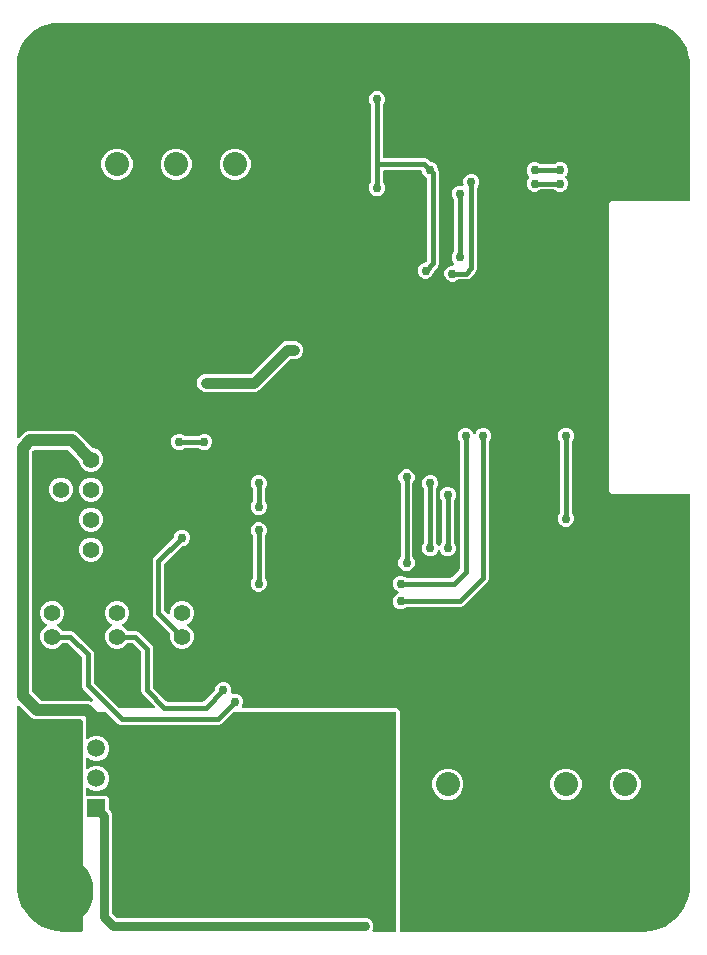
<source format=gbr>
G04 EAGLE Gerber RS-274X export*
G75*
%MOMM*%
%FSLAX34Y34*%
%LPD*%
%INBottom Copper*%
%IPPOS*%
%AMOC8*
5,1,8,0,0,1.08239X$1,22.5*%
G01*
%ADD10C,1.422400*%
%ADD11R,1.508000X1.508000*%
%ADD12C,1.508000*%
%ADD13C,2.032000*%
%ADD14C,1.400000*%
%ADD15C,2.250000*%
%ADD16C,6.000000*%
%ADD17C,0.756400*%
%ADD18C,0.900000*%
%ADD19C,0.400000*%
%ADD20C,1.000000*%
%ADD21C,0.800000*%

G36*
X245979Y-385174D02*
X245979Y-385174D01*
X256025Y-383644D01*
X256108Y-383620D01*
X256192Y-383607D01*
X256321Y-383560D01*
X256331Y-383557D01*
X256335Y-383555D01*
X256343Y-383551D01*
X265651Y-379473D01*
X265725Y-379430D01*
X265803Y-379394D01*
X265915Y-379316D01*
X265924Y-379310D01*
X265927Y-379307D01*
X265935Y-379302D01*
X273870Y-372954D01*
X273930Y-372892D01*
X273996Y-372838D01*
X274084Y-372733D01*
X274091Y-372726D01*
X274094Y-372722D01*
X274099Y-372715D01*
X280121Y-364529D01*
X280142Y-364491D01*
X280170Y-364458D01*
X280188Y-364419D01*
X280213Y-364385D01*
X280271Y-364261D01*
X280276Y-364251D01*
X280277Y-364247D01*
X280281Y-364239D01*
X283979Y-354774D01*
X283990Y-354731D01*
X284008Y-354691D01*
X284046Y-354534D01*
X284900Y-349739D01*
X284901Y-349708D01*
X284909Y-349678D01*
X284919Y-349517D01*
X284919Y-15040D01*
X284904Y-14922D01*
X284897Y-14803D01*
X284884Y-14765D01*
X284879Y-14724D01*
X284836Y-14614D01*
X284799Y-14501D01*
X284777Y-14466D01*
X284762Y-14429D01*
X284693Y-14333D01*
X284629Y-14232D01*
X284599Y-14204D01*
X284576Y-14171D01*
X284484Y-14095D01*
X284397Y-14014D01*
X284362Y-13994D01*
X284331Y-13969D01*
X284223Y-13918D01*
X284119Y-13860D01*
X284079Y-13850D01*
X284043Y-13833D01*
X283926Y-13811D01*
X283811Y-13781D01*
X283751Y-13777D01*
X283731Y-13773D01*
X283710Y-13775D01*
X283650Y-13771D01*
X218438Y-13771D01*
X216229Y-11562D01*
X216229Y231562D01*
X218438Y233771D01*
X283650Y233771D01*
X283768Y233786D01*
X283887Y233793D01*
X283925Y233806D01*
X283966Y233811D01*
X284076Y233854D01*
X284189Y233891D01*
X284224Y233913D01*
X284261Y233928D01*
X284357Y233997D01*
X284458Y234061D01*
X284486Y234091D01*
X284519Y234114D01*
X284595Y234206D01*
X284676Y234293D01*
X284696Y234328D01*
X284721Y234359D01*
X284772Y234467D01*
X284830Y234571D01*
X284840Y234611D01*
X284857Y234647D01*
X284879Y234764D01*
X284909Y234879D01*
X284913Y234939D01*
X284917Y234959D01*
X284915Y234980D01*
X284919Y235040D01*
X284919Y350000D01*
X284917Y350021D01*
X284917Y350083D01*
X284629Y354475D01*
X284620Y354519D01*
X284620Y354563D01*
X284588Y354721D01*
X282315Y363206D01*
X282282Y363285D01*
X282259Y363368D01*
X282198Y363491D01*
X282194Y363500D01*
X282192Y363504D01*
X282188Y363512D01*
X277796Y371119D01*
X277744Y371188D01*
X277700Y371261D01*
X277610Y371364D01*
X277603Y371373D01*
X277600Y371375D01*
X277594Y371382D01*
X271382Y377594D01*
X271315Y377646D01*
X271253Y377706D01*
X271140Y377782D01*
X271131Y377789D01*
X271127Y377791D01*
X271119Y377796D01*
X263512Y382188D01*
X263433Y382221D01*
X263358Y382263D01*
X263229Y382307D01*
X263219Y382311D01*
X263214Y382312D01*
X263206Y382315D01*
X254721Y384588D01*
X254677Y384594D01*
X254635Y384608D01*
X254475Y384629D01*
X250083Y384917D01*
X250062Y384915D01*
X250000Y384919D01*
X-250000Y384919D01*
X-250021Y384917D01*
X-250083Y384917D01*
X-254475Y384629D01*
X-254519Y384620D01*
X-254563Y384620D01*
X-254721Y384588D01*
X-263206Y382315D01*
X-263285Y382282D01*
X-263368Y382259D01*
X-263491Y382198D01*
X-263500Y382194D01*
X-263504Y382192D01*
X-263512Y382188D01*
X-271119Y377796D01*
X-271188Y377744D01*
X-271261Y377700D01*
X-271364Y377610D01*
X-271373Y377603D01*
X-271375Y377600D01*
X-271382Y377594D01*
X-277594Y371382D01*
X-277646Y371315D01*
X-277706Y371253D01*
X-277782Y371140D01*
X-277789Y371131D01*
X-277791Y371127D01*
X-277796Y371119D01*
X-282188Y363512D01*
X-282221Y363433D01*
X-282263Y363358D01*
X-282307Y363229D01*
X-282311Y363219D01*
X-282312Y363214D01*
X-282315Y363206D01*
X-284588Y354721D01*
X-284594Y354677D01*
X-284608Y354635D01*
X-284629Y354475D01*
X-284686Y353596D01*
X-284769Y352327D01*
X-284770Y352327D01*
X-284770Y352326D01*
X-284917Y350083D01*
X-284915Y350062D01*
X-284919Y350000D01*
X-284919Y34460D01*
X-284902Y34322D01*
X-284889Y34183D01*
X-284882Y34164D01*
X-284879Y34144D01*
X-284828Y34015D01*
X-284781Y33884D01*
X-284770Y33867D01*
X-284762Y33848D01*
X-284681Y33736D01*
X-284603Y33621D01*
X-284587Y33608D01*
X-284576Y33591D01*
X-284468Y33502D01*
X-284364Y33410D01*
X-284346Y33401D01*
X-284331Y33388D01*
X-284205Y33329D01*
X-284081Y33266D01*
X-284061Y33261D01*
X-284043Y33253D01*
X-283907Y33227D01*
X-283771Y33196D01*
X-283750Y33197D01*
X-283731Y33193D01*
X-283592Y33202D01*
X-283453Y33206D01*
X-283433Y33211D01*
X-283413Y33213D01*
X-283281Y33256D01*
X-283147Y33294D01*
X-283130Y33305D01*
X-283111Y33311D01*
X-282993Y33385D01*
X-282873Y33456D01*
X-282852Y33474D01*
X-282842Y33481D01*
X-282828Y33496D01*
X-282753Y33562D01*
X-278282Y38033D01*
X-275341Y39251D01*
X-236759Y39251D01*
X-233818Y38033D01*
X-221270Y25484D01*
X-221191Y25424D01*
X-221119Y25356D01*
X-221066Y25327D01*
X-221018Y25290D01*
X-220928Y25250D01*
X-220841Y25202D01*
X-220782Y25187D01*
X-220727Y25163D01*
X-220629Y25148D01*
X-220533Y25123D01*
X-220433Y25117D01*
X-220413Y25113D01*
X-220400Y25115D01*
X-220372Y25113D01*
X-220088Y25113D01*
X-216372Y23573D01*
X-213527Y20728D01*
X-211987Y17012D01*
X-211987Y12988D01*
X-213527Y9272D01*
X-216372Y6427D01*
X-220088Y4887D01*
X-224112Y4887D01*
X-227828Y6427D01*
X-230673Y9272D01*
X-232213Y12988D01*
X-232213Y13272D01*
X-232225Y13370D01*
X-232228Y13469D01*
X-232245Y13528D01*
X-232253Y13588D01*
X-232289Y13680D01*
X-232317Y13775D01*
X-232347Y13827D01*
X-232370Y13883D01*
X-232428Y13964D01*
X-232478Y14049D01*
X-232544Y14124D01*
X-232556Y14141D01*
X-232566Y14149D01*
X-232584Y14170D01*
X-241292Y22878D01*
X-241371Y22938D01*
X-241443Y23006D01*
X-241496Y23035D01*
X-241544Y23072D01*
X-241634Y23112D01*
X-241721Y23160D01*
X-241780Y23175D01*
X-241835Y23199D01*
X-241933Y23214D01*
X-242029Y23239D01*
X-242129Y23245D01*
X-242149Y23249D01*
X-242162Y23247D01*
X-242190Y23249D01*
X-269910Y23249D01*
X-270008Y23237D01*
X-270107Y23234D01*
X-270166Y23217D01*
X-270226Y23209D01*
X-270318Y23173D01*
X-270413Y23145D01*
X-270465Y23115D01*
X-270521Y23092D01*
X-270602Y23034D01*
X-270687Y22984D01*
X-270762Y22918D01*
X-270779Y22906D01*
X-270787Y22896D01*
X-270808Y22878D01*
X-271548Y22138D01*
X-271608Y22059D01*
X-271676Y21987D01*
X-271705Y21934D01*
X-271742Y21886D01*
X-271782Y21796D01*
X-271830Y21709D01*
X-271845Y21650D01*
X-271869Y21595D01*
X-271884Y21497D01*
X-271909Y21401D01*
X-271915Y21301D01*
X-271919Y21281D01*
X-271917Y21268D01*
X-271919Y21240D01*
X-271919Y-181240D01*
X-271907Y-181338D01*
X-271904Y-181437D01*
X-271887Y-181496D01*
X-271879Y-181556D01*
X-271843Y-181648D01*
X-271815Y-181743D01*
X-271785Y-181795D01*
X-271762Y-181851D01*
X-271704Y-181932D01*
X-271654Y-182017D01*
X-271588Y-182092D01*
X-271576Y-182109D01*
X-271566Y-182117D01*
X-271548Y-182138D01*
X-265038Y-188648D01*
X-264959Y-188708D01*
X-264887Y-188776D01*
X-264834Y-188805D01*
X-264786Y-188842D01*
X-264696Y-188882D01*
X-264609Y-188930D01*
X-264550Y-188945D01*
X-264495Y-188969D01*
X-264397Y-188984D01*
X-264301Y-189009D01*
X-264201Y-189015D01*
X-264181Y-189019D01*
X-264168Y-189017D01*
X-264140Y-189019D01*
X-223889Y-189019D01*
X-221921Y-189834D01*
X-221854Y-189853D01*
X-221790Y-189880D01*
X-221701Y-189894D01*
X-221615Y-189918D01*
X-221545Y-189919D01*
X-221476Y-189930D01*
X-221386Y-189922D01*
X-221297Y-189923D01*
X-221229Y-189907D01*
X-221159Y-189900D01*
X-221075Y-189870D01*
X-220987Y-189849D01*
X-220926Y-189816D01*
X-220860Y-189793D01*
X-220786Y-189742D01*
X-220706Y-189700D01*
X-220655Y-189653D01*
X-220597Y-189614D01*
X-220537Y-189547D01*
X-220471Y-189486D01*
X-220433Y-189428D01*
X-220386Y-189376D01*
X-220346Y-189296D01*
X-220296Y-189221D01*
X-220273Y-189155D01*
X-220242Y-189092D01*
X-220222Y-189005D01*
X-220193Y-188920D01*
X-220187Y-188850D01*
X-220172Y-188782D01*
X-220175Y-188692D01*
X-220168Y-188603D01*
X-220180Y-188534D01*
X-220182Y-188464D01*
X-220207Y-188378D01*
X-220222Y-188289D01*
X-220251Y-188226D01*
X-220270Y-188159D01*
X-220316Y-188081D01*
X-220353Y-187999D01*
X-220396Y-187945D01*
X-220432Y-187885D01*
X-220538Y-187764D01*
X-229239Y-179063D01*
X-230001Y-177225D01*
X-230001Y-152597D01*
X-230013Y-152499D01*
X-230016Y-152400D01*
X-230033Y-152342D01*
X-230041Y-152282D01*
X-230077Y-152190D01*
X-230105Y-152094D01*
X-230135Y-152042D01*
X-230158Y-151986D01*
X-230216Y-151906D01*
X-230266Y-151820D01*
X-230332Y-151745D01*
X-230344Y-151729D01*
X-230354Y-151721D01*
X-230372Y-151700D01*
X-241700Y-140372D01*
X-241778Y-140312D01*
X-241850Y-140244D01*
X-241903Y-140215D01*
X-241951Y-140178D01*
X-242042Y-140138D01*
X-242129Y-140090D01*
X-242187Y-140075D01*
X-242243Y-140051D01*
X-242341Y-140036D01*
X-242436Y-140011D01*
X-242536Y-140005D01*
X-242557Y-140001D01*
X-242569Y-140003D01*
X-242597Y-140001D01*
X-245399Y-140001D01*
X-245428Y-140004D01*
X-245457Y-140002D01*
X-245585Y-140024D01*
X-245714Y-140041D01*
X-245742Y-140051D01*
X-245771Y-140057D01*
X-245889Y-140110D01*
X-246010Y-140158D01*
X-246034Y-140175D01*
X-246061Y-140187D01*
X-246162Y-140268D01*
X-246267Y-140344D01*
X-246286Y-140367D01*
X-246309Y-140386D01*
X-246387Y-140490D01*
X-246470Y-140589D01*
X-246483Y-140616D01*
X-246500Y-140640D01*
X-246504Y-140647D01*
X-249335Y-143478D01*
X-253011Y-145001D01*
X-256989Y-145001D01*
X-260665Y-143478D01*
X-263478Y-140665D01*
X-265001Y-136989D01*
X-265001Y-133011D01*
X-263478Y-129335D01*
X-260665Y-126522D01*
X-259822Y-126173D01*
X-259701Y-126104D01*
X-259578Y-126039D01*
X-259563Y-126025D01*
X-259546Y-126015D01*
X-259445Y-125918D01*
X-259343Y-125825D01*
X-259332Y-125808D01*
X-259317Y-125794D01*
X-259244Y-125675D01*
X-259168Y-125559D01*
X-259162Y-125540D01*
X-259151Y-125523D01*
X-259110Y-125390D01*
X-259065Y-125258D01*
X-259063Y-125238D01*
X-259057Y-125219D01*
X-259051Y-125080D01*
X-259040Y-124941D01*
X-259043Y-124921D01*
X-259042Y-124901D01*
X-259070Y-124765D01*
X-259094Y-124628D01*
X-259103Y-124609D01*
X-259107Y-124590D01*
X-259168Y-124465D01*
X-259225Y-124338D01*
X-259237Y-124322D01*
X-259246Y-124304D01*
X-259337Y-124198D01*
X-259423Y-124090D01*
X-259439Y-124077D01*
X-259453Y-124062D01*
X-259553Y-123991D01*
X-259580Y-123966D01*
X-259609Y-123950D01*
X-259678Y-123898D01*
X-259703Y-123886D01*
X-259713Y-123879D01*
X-259732Y-123872D01*
X-259822Y-123827D01*
X-260665Y-123478D01*
X-263478Y-120665D01*
X-265001Y-116989D01*
X-265001Y-113011D01*
X-263478Y-109335D01*
X-260665Y-106522D01*
X-256989Y-104999D01*
X-253011Y-104999D01*
X-249335Y-106522D01*
X-246522Y-109335D01*
X-244999Y-113011D01*
X-244999Y-116989D01*
X-246522Y-120665D01*
X-249335Y-123478D01*
X-250178Y-123827D01*
X-250237Y-123861D01*
X-250284Y-123880D01*
X-250329Y-123912D01*
X-250422Y-123961D01*
X-250437Y-123975D01*
X-250454Y-123985D01*
X-250529Y-124057D01*
X-250541Y-124066D01*
X-250554Y-124081D01*
X-250657Y-124175D01*
X-250668Y-124192D01*
X-250683Y-124206D01*
X-250755Y-124325D01*
X-250832Y-124441D01*
X-250838Y-124460D01*
X-250849Y-124477D01*
X-250890Y-124610D01*
X-250935Y-124742D01*
X-250937Y-124762D01*
X-250943Y-124781D01*
X-250949Y-124920D01*
X-250960Y-125059D01*
X-250957Y-125079D01*
X-250958Y-125099D01*
X-250930Y-125235D01*
X-250906Y-125372D01*
X-250897Y-125391D01*
X-250893Y-125410D01*
X-250832Y-125535D01*
X-250775Y-125662D01*
X-250763Y-125678D01*
X-250754Y-125696D01*
X-250664Y-125802D01*
X-250577Y-125910D01*
X-250560Y-125923D01*
X-250547Y-125938D01*
X-250434Y-126018D01*
X-250323Y-126102D01*
X-250297Y-126114D01*
X-250287Y-126121D01*
X-250268Y-126128D01*
X-250178Y-126173D01*
X-249335Y-126522D01*
X-246479Y-129378D01*
X-246478Y-129379D01*
X-246414Y-129492D01*
X-246393Y-129513D01*
X-246377Y-129538D01*
X-246283Y-129627D01*
X-246193Y-129720D01*
X-246167Y-129736D01*
X-246146Y-129756D01*
X-246032Y-129819D01*
X-245921Y-129887D01*
X-245893Y-129895D01*
X-245867Y-129910D01*
X-245742Y-129942D01*
X-245618Y-129980D01*
X-245588Y-129982D01*
X-245559Y-129989D01*
X-245399Y-129999D01*
X-239005Y-129999D01*
X-237167Y-130761D01*
X-220761Y-147167D01*
X-219999Y-149005D01*
X-219999Y-173633D01*
X-219987Y-173731D01*
X-219984Y-173830D01*
X-219967Y-173888D01*
X-219959Y-173948D01*
X-219923Y-174040D01*
X-219895Y-174136D01*
X-219865Y-174188D01*
X-219842Y-174244D01*
X-219784Y-174324D01*
X-219734Y-174410D01*
X-219668Y-174485D01*
X-219656Y-174501D01*
X-219646Y-174509D01*
X-219628Y-174530D01*
X-198800Y-195358D01*
X-198722Y-195418D01*
X-198650Y-195486D01*
X-198597Y-195515D01*
X-198549Y-195552D01*
X-198458Y-195592D01*
X-198372Y-195640D01*
X-198313Y-195655D01*
X-198257Y-195679D01*
X-198159Y-195694D01*
X-198064Y-195719D01*
X-197964Y-195725D01*
X-197943Y-195729D01*
X-197931Y-195727D01*
X-197903Y-195729D01*
X-169407Y-195729D01*
X-169270Y-195712D01*
X-169131Y-195699D01*
X-169112Y-195692D01*
X-169092Y-195689D01*
X-168963Y-195638D01*
X-168831Y-195591D01*
X-168815Y-195580D01*
X-168796Y-195572D01*
X-168684Y-195491D01*
X-168568Y-195413D01*
X-168555Y-195397D01*
X-168539Y-195386D01*
X-168450Y-195278D01*
X-168358Y-195174D01*
X-168349Y-195156D01*
X-168336Y-195141D01*
X-168276Y-195015D01*
X-168213Y-194891D01*
X-168209Y-194871D01*
X-168200Y-194853D01*
X-168174Y-194717D01*
X-168144Y-194581D01*
X-168144Y-194560D01*
X-168140Y-194541D01*
X-168149Y-194402D01*
X-168153Y-194263D01*
X-168159Y-194243D01*
X-168160Y-194223D01*
X-168203Y-194091D01*
X-168242Y-193957D01*
X-168252Y-193940D01*
X-168258Y-193921D01*
X-168333Y-193803D01*
X-168403Y-193683D01*
X-168422Y-193662D01*
X-168428Y-193652D01*
X-168443Y-193638D01*
X-168510Y-193563D01*
X-179239Y-182833D01*
X-180001Y-180995D01*
X-180001Y-147597D01*
X-180013Y-147499D01*
X-180016Y-147400D01*
X-180033Y-147342D01*
X-180041Y-147282D01*
X-180077Y-147190D01*
X-180105Y-147094D01*
X-180135Y-147042D01*
X-180158Y-146986D01*
X-180216Y-146906D01*
X-180266Y-146820D01*
X-180332Y-146745D01*
X-180344Y-146729D01*
X-180354Y-146721D01*
X-180372Y-146700D01*
X-186700Y-140372D01*
X-186778Y-140312D01*
X-186850Y-140244D01*
X-186903Y-140215D01*
X-186951Y-140178D01*
X-187042Y-140138D01*
X-187129Y-140090D01*
X-187187Y-140075D01*
X-187243Y-140051D01*
X-187341Y-140036D01*
X-187436Y-140011D01*
X-187536Y-140005D01*
X-187557Y-140001D01*
X-187569Y-140003D01*
X-187597Y-140001D01*
X-190399Y-140001D01*
X-190428Y-140004D01*
X-190457Y-140002D01*
X-190585Y-140024D01*
X-190714Y-140041D01*
X-190742Y-140051D01*
X-190771Y-140057D01*
X-190889Y-140110D01*
X-191010Y-140158D01*
X-191034Y-140175D01*
X-191061Y-140187D01*
X-191162Y-140268D01*
X-191267Y-140344D01*
X-191286Y-140367D01*
X-191309Y-140386D01*
X-191387Y-140490D01*
X-191470Y-140589D01*
X-191483Y-140616D01*
X-191500Y-140640D01*
X-191504Y-140647D01*
X-194335Y-143478D01*
X-198011Y-145001D01*
X-201989Y-145001D01*
X-205665Y-143478D01*
X-208478Y-140665D01*
X-210001Y-136989D01*
X-210001Y-133011D01*
X-208478Y-129335D01*
X-205665Y-126522D01*
X-204822Y-126173D01*
X-204701Y-126104D01*
X-204578Y-126039D01*
X-204563Y-126025D01*
X-204546Y-126015D01*
X-204445Y-125918D01*
X-204343Y-125825D01*
X-204332Y-125808D01*
X-204317Y-125794D01*
X-204244Y-125675D01*
X-204168Y-125559D01*
X-204162Y-125540D01*
X-204151Y-125523D01*
X-204110Y-125390D01*
X-204065Y-125258D01*
X-204063Y-125238D01*
X-204057Y-125219D01*
X-204051Y-125080D01*
X-204040Y-124941D01*
X-204043Y-124921D01*
X-204042Y-124901D01*
X-204070Y-124765D01*
X-204094Y-124628D01*
X-204103Y-124609D01*
X-204107Y-124590D01*
X-204168Y-124465D01*
X-204225Y-124338D01*
X-204237Y-124322D01*
X-204246Y-124304D01*
X-204337Y-124198D01*
X-204423Y-124090D01*
X-204439Y-124077D01*
X-204453Y-124062D01*
X-204553Y-123991D01*
X-204580Y-123966D01*
X-204609Y-123950D01*
X-204678Y-123898D01*
X-204703Y-123886D01*
X-204713Y-123879D01*
X-204732Y-123872D01*
X-204822Y-123827D01*
X-205665Y-123478D01*
X-208478Y-120665D01*
X-210001Y-116989D01*
X-210001Y-113011D01*
X-208478Y-109335D01*
X-205665Y-106522D01*
X-201989Y-104999D01*
X-198011Y-104999D01*
X-194335Y-106522D01*
X-191522Y-109335D01*
X-189999Y-113011D01*
X-189999Y-116989D01*
X-191522Y-120665D01*
X-194335Y-123478D01*
X-195178Y-123827D01*
X-195237Y-123861D01*
X-195284Y-123880D01*
X-195329Y-123912D01*
X-195422Y-123961D01*
X-195437Y-123975D01*
X-195454Y-123985D01*
X-195529Y-124057D01*
X-195541Y-124066D01*
X-195554Y-124081D01*
X-195657Y-124175D01*
X-195668Y-124192D01*
X-195683Y-124206D01*
X-195755Y-124325D01*
X-195832Y-124441D01*
X-195838Y-124460D01*
X-195849Y-124477D01*
X-195890Y-124610D01*
X-195935Y-124742D01*
X-195937Y-124762D01*
X-195943Y-124781D01*
X-195949Y-124920D01*
X-195960Y-125059D01*
X-195957Y-125079D01*
X-195958Y-125099D01*
X-195930Y-125235D01*
X-195906Y-125372D01*
X-195897Y-125391D01*
X-195893Y-125410D01*
X-195832Y-125535D01*
X-195775Y-125662D01*
X-195763Y-125678D01*
X-195754Y-125696D01*
X-195664Y-125802D01*
X-195577Y-125910D01*
X-195560Y-125923D01*
X-195547Y-125938D01*
X-195434Y-126018D01*
X-195323Y-126102D01*
X-195297Y-126114D01*
X-195287Y-126121D01*
X-195268Y-126128D01*
X-195178Y-126173D01*
X-194335Y-126522D01*
X-191479Y-129378D01*
X-191478Y-129379D01*
X-191414Y-129492D01*
X-191393Y-129513D01*
X-191377Y-129538D01*
X-191283Y-129627D01*
X-191193Y-129720D01*
X-191167Y-129736D01*
X-191146Y-129756D01*
X-191032Y-129819D01*
X-190921Y-129887D01*
X-190893Y-129895D01*
X-190867Y-129910D01*
X-190742Y-129942D01*
X-190618Y-129980D01*
X-190588Y-129982D01*
X-190559Y-129989D01*
X-190399Y-129999D01*
X-184005Y-129999D01*
X-182167Y-130761D01*
X-170761Y-142167D01*
X-169999Y-144005D01*
X-169999Y-177403D01*
X-169987Y-177501D01*
X-169984Y-177600D01*
X-169967Y-177658D01*
X-169959Y-177718D01*
X-169923Y-177810D01*
X-169895Y-177906D01*
X-169865Y-177958D01*
X-169842Y-178014D01*
X-169784Y-178094D01*
X-169734Y-178180D01*
X-169668Y-178255D01*
X-169656Y-178271D01*
X-169646Y-178279D01*
X-169628Y-178300D01*
X-158300Y-189628D01*
X-158222Y-189688D01*
X-158150Y-189756D01*
X-158097Y-189785D01*
X-158049Y-189822D01*
X-157958Y-189862D01*
X-157871Y-189910D01*
X-157813Y-189925D01*
X-157757Y-189949D01*
X-157659Y-189964D01*
X-157564Y-189989D01*
X-157464Y-189995D01*
X-157443Y-189999D01*
X-157431Y-189997D01*
X-157403Y-189999D01*
X-127597Y-189999D01*
X-127499Y-189987D01*
X-127400Y-189984D01*
X-127342Y-189967D01*
X-127282Y-189959D01*
X-127190Y-189923D01*
X-127094Y-189895D01*
X-127042Y-189865D01*
X-126986Y-189842D01*
X-126906Y-189784D01*
X-126820Y-189734D01*
X-126745Y-189668D01*
X-126729Y-189656D01*
X-126721Y-189646D01*
X-126700Y-189628D01*
X-117154Y-180082D01*
X-117094Y-180004D01*
X-117026Y-179932D01*
X-116997Y-179879D01*
X-116960Y-179831D01*
X-116920Y-179740D01*
X-116872Y-179653D01*
X-116857Y-179595D01*
X-116833Y-179539D01*
X-116818Y-179441D01*
X-116793Y-179346D01*
X-116787Y-179246D01*
X-116783Y-179225D01*
X-116785Y-179213D01*
X-116783Y-179185D01*
X-116783Y-178651D01*
X-115750Y-176158D01*
X-113842Y-174250D01*
X-111349Y-173217D01*
X-108651Y-173217D01*
X-106158Y-174250D01*
X-104250Y-176158D01*
X-103217Y-178651D01*
X-103217Y-181349D01*
X-103366Y-181707D01*
X-103402Y-181842D01*
X-103443Y-181974D01*
X-103444Y-181994D01*
X-103450Y-182014D01*
X-103452Y-182153D01*
X-103458Y-182292D01*
X-103454Y-182312D01*
X-103455Y-182332D01*
X-103422Y-182468D01*
X-103394Y-182603D01*
X-103385Y-182621D01*
X-103380Y-182641D01*
X-103315Y-182765D01*
X-103254Y-182889D01*
X-103241Y-182904D01*
X-103232Y-182922D01*
X-103138Y-183025D01*
X-103048Y-183131D01*
X-103031Y-183143D01*
X-103018Y-183158D01*
X-102901Y-183234D01*
X-102788Y-183314D01*
X-102769Y-183321D01*
X-102752Y-183332D01*
X-102620Y-183378D01*
X-102491Y-183427D01*
X-102470Y-183429D01*
X-102451Y-183436D01*
X-102313Y-183447D01*
X-102174Y-183462D01*
X-102154Y-183459D01*
X-102134Y-183461D01*
X-101997Y-183437D01*
X-101860Y-183418D01*
X-101833Y-183409D01*
X-101821Y-183406D01*
X-101802Y-183398D01*
X-101707Y-183366D01*
X-101349Y-183217D01*
X-98651Y-183217D01*
X-96158Y-184250D01*
X-94250Y-186158D01*
X-93217Y-188651D01*
X-93217Y-191349D01*
X-94305Y-193974D01*
X-94318Y-194022D01*
X-94339Y-194067D01*
X-94360Y-194175D01*
X-94389Y-194281D01*
X-94389Y-194331D01*
X-94399Y-194380D01*
X-94392Y-194489D01*
X-94394Y-194599D01*
X-94382Y-194647D01*
X-94379Y-194697D01*
X-94345Y-194801D01*
X-94319Y-194908D01*
X-94296Y-194952D01*
X-94281Y-194999D01*
X-94222Y-195092D01*
X-94171Y-195189D01*
X-94137Y-195226D01*
X-94111Y-195268D01*
X-94031Y-195343D01*
X-93957Y-195425D01*
X-93915Y-195452D01*
X-93879Y-195486D01*
X-93783Y-195539D01*
X-93691Y-195599D01*
X-93644Y-195616D01*
X-93601Y-195640D01*
X-93494Y-195667D01*
X-93390Y-195703D01*
X-93341Y-195707D01*
X-93293Y-195719D01*
X-93132Y-195729D01*
X36769Y-195729D01*
X39271Y-198231D01*
X39271Y-383650D01*
X39286Y-383768D01*
X39293Y-383887D01*
X39306Y-383925D01*
X39311Y-383966D01*
X39354Y-384076D01*
X39391Y-384189D01*
X39413Y-384224D01*
X39428Y-384261D01*
X39497Y-384357D01*
X39561Y-384458D01*
X39591Y-384486D01*
X39614Y-384519D01*
X39706Y-384595D01*
X39793Y-384676D01*
X39828Y-384696D01*
X39859Y-384721D01*
X39967Y-384772D01*
X40071Y-384830D01*
X40111Y-384840D01*
X40147Y-384857D01*
X40264Y-384879D01*
X40379Y-384909D01*
X40439Y-384913D01*
X40459Y-384917D01*
X40480Y-384915D01*
X40540Y-384919D01*
X239098Y-384919D01*
X239196Y-384907D01*
X239295Y-384904D01*
X239394Y-384882D01*
X239414Y-384879D01*
X239425Y-384875D01*
X239452Y-384869D01*
X239557Y-384839D01*
X240212Y-384912D01*
X240226Y-384911D01*
X240352Y-384919D01*
X241041Y-384919D01*
X241086Y-384932D01*
X241220Y-384973D01*
X241247Y-384976D01*
X241258Y-384979D01*
X241278Y-384979D01*
X241380Y-384990D01*
X245731Y-385187D01*
X245775Y-385183D01*
X245819Y-385188D01*
X245979Y-385174D01*
G37*
G36*
X35118Y-384904D02*
X35118Y-384904D01*
X35237Y-384897D01*
X35275Y-384884D01*
X35316Y-384879D01*
X35426Y-384836D01*
X35539Y-384799D01*
X35574Y-384777D01*
X35611Y-384762D01*
X35707Y-384693D01*
X35808Y-384629D01*
X35836Y-384599D01*
X35869Y-384576D01*
X35945Y-384484D01*
X36026Y-384397D01*
X36046Y-384362D01*
X36071Y-384331D01*
X36122Y-384223D01*
X36180Y-384119D01*
X36190Y-384079D01*
X36207Y-384043D01*
X36229Y-383926D01*
X36259Y-383811D01*
X36263Y-383751D01*
X36267Y-383731D01*
X36265Y-383710D01*
X36269Y-383650D01*
X36269Y-200000D01*
X36254Y-199882D01*
X36247Y-199763D01*
X36234Y-199725D01*
X36229Y-199684D01*
X36186Y-199574D01*
X36149Y-199461D01*
X36127Y-199426D01*
X36112Y-199389D01*
X36043Y-199293D01*
X35979Y-199192D01*
X35949Y-199164D01*
X35926Y-199131D01*
X35834Y-199056D01*
X35747Y-198974D01*
X35712Y-198954D01*
X35681Y-198929D01*
X35573Y-198878D01*
X35469Y-198820D01*
X35429Y-198810D01*
X35393Y-198793D01*
X35276Y-198771D01*
X35161Y-198741D01*
X35101Y-198737D01*
X35081Y-198733D01*
X35060Y-198735D01*
X35000Y-198731D01*
X-101133Y-198731D01*
X-101231Y-198743D01*
X-101330Y-198746D01*
X-101388Y-198763D01*
X-101448Y-198771D01*
X-101541Y-198807D01*
X-101636Y-198835D01*
X-101688Y-198865D01*
X-101744Y-198888D01*
X-101824Y-198946D01*
X-101910Y-198996D01*
X-101985Y-199062D01*
X-102001Y-199074D01*
X-102009Y-199084D01*
X-102030Y-199103D01*
X-112167Y-209239D01*
X-114005Y-210001D01*
X-197225Y-210001D01*
X-199063Y-209239D01*
X-209200Y-199103D01*
X-209278Y-199042D01*
X-209350Y-198974D01*
X-209403Y-198945D01*
X-209451Y-198908D01*
X-209542Y-198868D01*
X-209628Y-198820D01*
X-209687Y-198805D01*
X-209743Y-198781D01*
X-209841Y-198766D01*
X-209936Y-198741D01*
X-210036Y-198735D01*
X-210057Y-198731D01*
X-210069Y-198733D01*
X-210097Y-198731D01*
X-225000Y-198731D01*
X-225118Y-198746D01*
X-225237Y-198753D01*
X-225275Y-198766D01*
X-225316Y-198771D01*
X-225426Y-198814D01*
X-225539Y-198851D01*
X-225574Y-198873D01*
X-225611Y-198888D01*
X-225707Y-198958D01*
X-225808Y-199021D01*
X-225836Y-199051D01*
X-225869Y-199074D01*
X-225945Y-199166D01*
X-226026Y-199253D01*
X-226046Y-199288D01*
X-226071Y-199319D01*
X-226122Y-199427D01*
X-226180Y-199531D01*
X-226190Y-199571D01*
X-226207Y-199607D01*
X-226229Y-199724D01*
X-226259Y-199839D01*
X-226263Y-199900D01*
X-226267Y-199920D01*
X-226265Y-199940D01*
X-226269Y-200000D01*
X-226269Y-220398D01*
X-226252Y-220536D01*
X-226239Y-220675D01*
X-226232Y-220694D01*
X-226229Y-220714D01*
X-226178Y-220843D01*
X-226131Y-220974D01*
X-226120Y-220991D01*
X-226112Y-221009D01*
X-226031Y-221122D01*
X-225953Y-221237D01*
X-225937Y-221250D01*
X-225926Y-221267D01*
X-225818Y-221356D01*
X-225714Y-221447D01*
X-225696Y-221457D01*
X-225681Y-221470D01*
X-225555Y-221529D01*
X-225431Y-221592D01*
X-225411Y-221596D01*
X-225393Y-221605D01*
X-225257Y-221631D01*
X-225121Y-221662D01*
X-225100Y-221661D01*
X-225081Y-221665D01*
X-224942Y-221656D01*
X-224803Y-221652D01*
X-224783Y-221646D01*
X-224763Y-221645D01*
X-224631Y-221602D01*
X-224497Y-221564D01*
X-224480Y-221553D01*
X-224461Y-221547D01*
X-224343Y-221473D01*
X-224223Y-221402D01*
X-224202Y-221383D01*
X-224192Y-221377D01*
X-224178Y-221362D01*
X-224103Y-221296D01*
X-223471Y-220664D01*
X-219597Y-219059D01*
X-215403Y-219059D01*
X-211529Y-220664D01*
X-208564Y-223629D01*
X-206959Y-227503D01*
X-206959Y-231697D01*
X-208564Y-235571D01*
X-211529Y-238536D01*
X-215403Y-240141D01*
X-219597Y-240141D01*
X-223471Y-238536D01*
X-224102Y-237904D01*
X-224212Y-237819D01*
X-224319Y-237730D01*
X-224338Y-237722D01*
X-224354Y-237709D01*
X-224482Y-237654D01*
X-224607Y-237595D01*
X-224627Y-237591D01*
X-224646Y-237583D01*
X-224784Y-237561D01*
X-224919Y-237535D01*
X-224940Y-237536D01*
X-224960Y-237533D01*
X-225099Y-237546D01*
X-225237Y-237555D01*
X-225256Y-237561D01*
X-225276Y-237563D01*
X-225407Y-237610D01*
X-225539Y-237653D01*
X-225557Y-237664D01*
X-225576Y-237671D01*
X-225690Y-237749D01*
X-225808Y-237823D01*
X-225822Y-237838D01*
X-225839Y-237849D01*
X-225931Y-237953D01*
X-226026Y-238055D01*
X-226036Y-238072D01*
X-226049Y-238088D01*
X-226112Y-238211D01*
X-226180Y-238333D01*
X-226185Y-238353D01*
X-226194Y-238371D01*
X-226224Y-238507D01*
X-226259Y-238641D01*
X-226261Y-238669D01*
X-226263Y-238681D01*
X-226263Y-238702D01*
X-226269Y-238802D01*
X-226269Y-245798D01*
X-226252Y-245936D01*
X-226239Y-246075D01*
X-226232Y-246094D01*
X-226229Y-246114D01*
X-226178Y-246243D01*
X-226131Y-246374D01*
X-226120Y-246391D01*
X-226112Y-246409D01*
X-226031Y-246522D01*
X-225953Y-246637D01*
X-225937Y-246650D01*
X-225926Y-246667D01*
X-225818Y-246756D01*
X-225714Y-246847D01*
X-225696Y-246857D01*
X-225681Y-246870D01*
X-225555Y-246929D01*
X-225431Y-246992D01*
X-225411Y-246996D01*
X-225393Y-247005D01*
X-225256Y-247031D01*
X-225121Y-247062D01*
X-225100Y-247061D01*
X-225080Y-247065D01*
X-224942Y-247056D01*
X-224803Y-247052D01*
X-224783Y-247046D01*
X-224763Y-247045D01*
X-224631Y-247002D01*
X-224497Y-246964D01*
X-224480Y-246953D01*
X-224461Y-246947D01*
X-224343Y-246873D01*
X-224223Y-246802D01*
X-224202Y-246783D01*
X-224192Y-246777D01*
X-224178Y-246762D01*
X-224102Y-246696D01*
X-223471Y-246064D01*
X-219597Y-244459D01*
X-215403Y-244459D01*
X-211529Y-246064D01*
X-208564Y-249029D01*
X-206959Y-252903D01*
X-206959Y-257097D01*
X-208564Y-260971D01*
X-211529Y-263936D01*
X-215403Y-265541D01*
X-219597Y-265541D01*
X-223471Y-263936D01*
X-224102Y-263304D01*
X-224212Y-263219D01*
X-224319Y-263130D01*
X-224338Y-263122D01*
X-224354Y-263109D01*
X-224482Y-263054D01*
X-224607Y-262995D01*
X-224627Y-262991D01*
X-224646Y-262983D01*
X-224784Y-262961D01*
X-224919Y-262935D01*
X-224940Y-262936D01*
X-224960Y-262933D01*
X-225099Y-262946D01*
X-225237Y-262955D01*
X-225256Y-262961D01*
X-225276Y-262963D01*
X-225407Y-263010D01*
X-225539Y-263053D01*
X-225557Y-263064D01*
X-225576Y-263071D01*
X-225690Y-263149D01*
X-225808Y-263223D01*
X-225822Y-263238D01*
X-225839Y-263249D01*
X-225931Y-263353D01*
X-226026Y-263455D01*
X-226036Y-263472D01*
X-226049Y-263488D01*
X-226112Y-263611D01*
X-226180Y-263733D01*
X-226185Y-263753D01*
X-226194Y-263771D01*
X-226224Y-263907D01*
X-226259Y-264041D01*
X-226261Y-264069D01*
X-226263Y-264081D01*
X-226263Y-264102D01*
X-226269Y-264202D01*
X-226269Y-268590D01*
X-226254Y-268708D01*
X-226247Y-268827D01*
X-226234Y-268865D01*
X-226229Y-268906D01*
X-226186Y-269016D01*
X-226149Y-269129D01*
X-226127Y-269164D01*
X-226112Y-269201D01*
X-226042Y-269297D01*
X-225979Y-269398D01*
X-225949Y-269426D01*
X-225926Y-269459D01*
X-225834Y-269535D01*
X-225747Y-269616D01*
X-225712Y-269636D01*
X-225681Y-269661D01*
X-225573Y-269712D01*
X-225469Y-269770D01*
X-225429Y-269780D01*
X-225393Y-269797D01*
X-225276Y-269819D01*
X-225161Y-269849D01*
X-225100Y-269853D01*
X-225080Y-269857D01*
X-225060Y-269855D01*
X-225000Y-269859D01*
X-208717Y-269859D01*
X-206959Y-271617D01*
X-206959Y-280514D01*
X-206947Y-280613D01*
X-206944Y-280712D01*
X-206927Y-280770D01*
X-206919Y-280830D01*
X-206883Y-280922D01*
X-206855Y-281017D01*
X-206825Y-281069D01*
X-206802Y-281126D01*
X-206744Y-281206D01*
X-206694Y-281291D01*
X-206628Y-281367D01*
X-206616Y-281383D01*
X-206606Y-281391D01*
X-206588Y-281412D01*
X-205315Y-282684D01*
X-204249Y-285257D01*
X-204249Y-368649D01*
X-204237Y-368747D01*
X-204234Y-368846D01*
X-204217Y-368905D01*
X-204209Y-368965D01*
X-204173Y-369057D01*
X-204145Y-369152D01*
X-204115Y-369204D01*
X-204092Y-369260D01*
X-204034Y-369340D01*
X-203984Y-369426D01*
X-203918Y-369501D01*
X-203906Y-369518D01*
X-203896Y-369525D01*
X-203878Y-369547D01*
X-200797Y-372628D01*
X-200718Y-372688D01*
X-200646Y-372756D01*
X-200593Y-372785D01*
X-200545Y-372822D01*
X-200454Y-372862D01*
X-200368Y-372910D01*
X-200309Y-372925D01*
X-200253Y-372949D01*
X-200155Y-372964D01*
X-200060Y-372989D01*
X-199960Y-372995D01*
X-199939Y-372999D01*
X-199927Y-372997D01*
X-199899Y-372999D01*
X11393Y-372999D01*
X13966Y-374065D01*
X15935Y-376034D01*
X17001Y-378607D01*
X17001Y-381393D01*
X16267Y-383164D01*
X16254Y-383212D01*
X16233Y-383257D01*
X16212Y-383365D01*
X16183Y-383471D01*
X16182Y-383521D01*
X16173Y-383570D01*
X16180Y-383679D01*
X16178Y-383789D01*
X16189Y-383837D01*
X16193Y-383887D01*
X16226Y-383991D01*
X16252Y-384098D01*
X16275Y-384142D01*
X16291Y-384189D01*
X16349Y-384282D01*
X16401Y-384379D01*
X16434Y-384416D01*
X16461Y-384458D01*
X16541Y-384533D01*
X16615Y-384615D01*
X16656Y-384642D01*
X16692Y-384676D01*
X16789Y-384729D01*
X16880Y-384789D01*
X16927Y-384806D01*
X16971Y-384830D01*
X17077Y-384857D01*
X17181Y-384893D01*
X17231Y-384897D01*
X17279Y-384909D01*
X17439Y-384919D01*
X35000Y-384919D01*
X35118Y-384904D01*
G37*
G36*
X-241380Y-384990D02*
X-241380Y-384990D01*
X-241242Y-384966D01*
X-241104Y-384947D01*
X-241078Y-384938D01*
X-241066Y-384936D01*
X-241048Y-384928D01*
X-241023Y-384919D01*
X-240352Y-384919D01*
X-240337Y-384917D01*
X-240212Y-384912D01*
X-239557Y-384839D01*
X-239452Y-384869D01*
X-239354Y-384884D01*
X-239259Y-384909D01*
X-239158Y-384916D01*
X-239138Y-384919D01*
X-239126Y-384918D01*
X-239098Y-384919D01*
X-230540Y-384919D01*
X-230422Y-384904D01*
X-230303Y-384897D01*
X-230265Y-384884D01*
X-230224Y-384879D01*
X-230114Y-384836D01*
X-230001Y-384799D01*
X-229966Y-384777D01*
X-229929Y-384762D01*
X-229833Y-384693D01*
X-229732Y-384629D01*
X-229704Y-384599D01*
X-229671Y-384576D01*
X-229595Y-384484D01*
X-229514Y-384397D01*
X-229494Y-384362D01*
X-229469Y-384331D01*
X-229418Y-384223D01*
X-229360Y-384119D01*
X-229350Y-384079D01*
X-229333Y-384043D01*
X-229311Y-383926D01*
X-229281Y-383811D01*
X-229277Y-383751D01*
X-229273Y-383731D01*
X-229275Y-383710D01*
X-229271Y-383650D01*
X-229271Y-206290D01*
X-229286Y-206172D01*
X-229293Y-206053D01*
X-229306Y-206015D01*
X-229311Y-205974D01*
X-229354Y-205864D01*
X-229391Y-205751D01*
X-229413Y-205716D01*
X-229428Y-205679D01*
X-229497Y-205583D01*
X-229561Y-205482D01*
X-229591Y-205454D01*
X-229614Y-205421D01*
X-229706Y-205345D01*
X-229793Y-205264D01*
X-229828Y-205244D01*
X-229859Y-205219D01*
X-229967Y-205168D01*
X-230071Y-205110D01*
X-230111Y-205100D01*
X-230147Y-205083D01*
X-230264Y-205061D01*
X-230379Y-205031D01*
X-230439Y-205027D01*
X-230459Y-205023D01*
X-230480Y-205025D01*
X-230540Y-205021D01*
X-269571Y-205021D01*
X-272512Y-203803D01*
X-274941Y-201374D01*
X-282753Y-193562D01*
X-282862Y-193477D01*
X-282969Y-193388D01*
X-282988Y-193380D01*
X-283004Y-193367D01*
X-283132Y-193312D01*
X-283257Y-193253D01*
X-283277Y-193249D01*
X-283296Y-193241D01*
X-283434Y-193219D01*
X-283570Y-193193D01*
X-283590Y-193194D01*
X-283610Y-193191D01*
X-283749Y-193204D01*
X-283887Y-193213D01*
X-283906Y-193219D01*
X-283926Y-193221D01*
X-284058Y-193268D01*
X-284189Y-193311D01*
X-284207Y-193322D01*
X-284226Y-193328D01*
X-284341Y-193407D01*
X-284458Y-193481D01*
X-284472Y-193496D01*
X-284489Y-193507D01*
X-284581Y-193611D01*
X-284676Y-193713D01*
X-284686Y-193730D01*
X-284699Y-193745D01*
X-284763Y-193870D01*
X-284830Y-193991D01*
X-284835Y-194011D01*
X-284844Y-194029D01*
X-284874Y-194165D01*
X-284909Y-194299D01*
X-284911Y-194327D01*
X-284914Y-194339D01*
X-284913Y-194359D01*
X-284919Y-194460D01*
X-284919Y-349517D01*
X-284915Y-349548D01*
X-284918Y-349579D01*
X-284900Y-349739D01*
X-284046Y-354534D01*
X-284033Y-354577D01*
X-284028Y-354620D01*
X-283979Y-354774D01*
X-280281Y-364239D01*
X-280240Y-364314D01*
X-280208Y-364394D01*
X-280134Y-364509D01*
X-280129Y-364518D01*
X-280126Y-364522D01*
X-280121Y-364529D01*
X-274099Y-372715D01*
X-274040Y-372777D01*
X-273989Y-372845D01*
X-273888Y-372938D01*
X-273880Y-372945D01*
X-273877Y-372948D01*
X-273870Y-372954D01*
X-265935Y-379302D01*
X-265862Y-379347D01*
X-265794Y-379400D01*
X-265673Y-379462D01*
X-265663Y-379468D01*
X-265659Y-379469D01*
X-265651Y-379473D01*
X-256343Y-383551D01*
X-256261Y-383576D01*
X-256182Y-383609D01*
X-256049Y-383639D01*
X-256038Y-383642D01*
X-256034Y-383642D01*
X-256025Y-383644D01*
X-245979Y-385174D01*
X-245935Y-385175D01*
X-245892Y-385184D01*
X-245731Y-385187D01*
X-241380Y-384990D01*
G37*
%LPC*%
G36*
X38651Y-111783D02*
X38651Y-111783D01*
X36158Y-110750D01*
X34250Y-108842D01*
X33217Y-106349D01*
X33217Y-103651D01*
X34250Y-101158D01*
X36158Y-99250D01*
X37552Y-98673D01*
X37673Y-98604D01*
X37795Y-98539D01*
X37810Y-98525D01*
X37828Y-98515D01*
X37928Y-98418D01*
X38031Y-98325D01*
X38042Y-98308D01*
X38056Y-98294D01*
X38129Y-98175D01*
X38205Y-98059D01*
X38212Y-98040D01*
X38222Y-98023D01*
X38263Y-97890D01*
X38308Y-97758D01*
X38310Y-97738D01*
X38316Y-97719D01*
X38323Y-97580D01*
X38334Y-97441D01*
X38330Y-97421D01*
X38331Y-97401D01*
X38303Y-97265D01*
X38279Y-97128D01*
X38271Y-97109D01*
X38267Y-97090D01*
X38206Y-96964D01*
X38149Y-96838D01*
X38136Y-96822D01*
X38127Y-96804D01*
X38037Y-96698D01*
X37950Y-96590D01*
X37934Y-96577D01*
X37921Y-96562D01*
X37807Y-96482D01*
X37696Y-96398D01*
X37671Y-96386D01*
X37661Y-96379D01*
X37642Y-96372D01*
X37551Y-96327D01*
X36158Y-95750D01*
X34250Y-93842D01*
X33217Y-91349D01*
X33217Y-88651D01*
X34250Y-86158D01*
X36158Y-84250D01*
X38651Y-83217D01*
X41349Y-83217D01*
X43842Y-84250D01*
X44220Y-84628D01*
X44298Y-84688D01*
X44370Y-84756D01*
X44423Y-84785D01*
X44471Y-84822D01*
X44562Y-84862D01*
X44649Y-84910D01*
X44707Y-84925D01*
X44763Y-84949D01*
X44861Y-84964D01*
X44957Y-84989D01*
X45057Y-84995D01*
X45077Y-84999D01*
X45089Y-84997D01*
X45117Y-84999D01*
X82403Y-84999D01*
X82501Y-84987D01*
X82600Y-84984D01*
X82658Y-84967D01*
X82718Y-84959D01*
X82811Y-84923D01*
X82906Y-84895D01*
X82958Y-84865D01*
X83014Y-84842D01*
X83094Y-84784D01*
X83180Y-84734D01*
X83255Y-84668D01*
X83271Y-84656D01*
X83279Y-84646D01*
X83300Y-84628D01*
X89628Y-78300D01*
X89688Y-78222D01*
X89756Y-78150D01*
X89785Y-78097D01*
X89822Y-78049D01*
X89862Y-77958D01*
X89910Y-77871D01*
X89925Y-77813D01*
X89949Y-77757D01*
X89964Y-77659D01*
X89989Y-77564D01*
X89995Y-77464D01*
X89999Y-77443D01*
X89997Y-77431D01*
X89999Y-77403D01*
X89999Y29883D01*
X89987Y29981D01*
X89984Y30080D01*
X89967Y30138D01*
X89959Y30198D01*
X89923Y30290D01*
X89895Y30385D01*
X89865Y30438D01*
X89842Y30494D01*
X89784Y30574D01*
X89734Y30659D01*
X89668Y30735D01*
X89656Y30751D01*
X89646Y30759D01*
X89628Y30780D01*
X89250Y31158D01*
X88217Y33651D01*
X88217Y36349D01*
X89250Y38842D01*
X91158Y40750D01*
X93651Y41783D01*
X96349Y41783D01*
X98842Y40750D01*
X100750Y38842D01*
X101327Y37448D01*
X101396Y37327D01*
X101461Y37205D01*
X101475Y37190D01*
X101485Y37172D01*
X101582Y37072D01*
X101675Y36969D01*
X101692Y36958D01*
X101706Y36944D01*
X101825Y36871D01*
X101941Y36795D01*
X101960Y36788D01*
X101977Y36778D01*
X102110Y36737D01*
X102242Y36692D01*
X102262Y36690D01*
X102281Y36684D01*
X102420Y36677D01*
X102559Y36666D01*
X102579Y36670D01*
X102599Y36669D01*
X102735Y36697D01*
X102872Y36721D01*
X102891Y36729D01*
X102910Y36733D01*
X103036Y36794D01*
X103162Y36851D01*
X103178Y36864D01*
X103196Y36873D01*
X103302Y36963D01*
X103410Y37050D01*
X103423Y37066D01*
X103438Y37079D01*
X103518Y37193D01*
X103602Y37304D01*
X103614Y37329D01*
X103621Y37339D01*
X103628Y37358D01*
X103673Y37449D01*
X104250Y38842D01*
X106158Y40750D01*
X108651Y41783D01*
X111349Y41783D01*
X113842Y40750D01*
X115750Y38842D01*
X116783Y36349D01*
X116783Y33651D01*
X115750Y31158D01*
X115372Y30780D01*
X115312Y30702D01*
X115244Y30630D01*
X115215Y30577D01*
X115178Y30529D01*
X115138Y30438D01*
X115090Y30351D01*
X115075Y30293D01*
X115051Y30237D01*
X115036Y30139D01*
X115011Y30043D01*
X115005Y29944D01*
X115003Y29937D01*
X115003Y29936D01*
X115001Y29923D01*
X115003Y29911D01*
X115001Y29883D01*
X115001Y-85995D01*
X114239Y-87833D01*
X92833Y-109239D01*
X90995Y-110001D01*
X45117Y-110001D01*
X45019Y-110013D01*
X44920Y-110016D01*
X44862Y-110033D01*
X44802Y-110041D01*
X44710Y-110077D01*
X44615Y-110105D01*
X44562Y-110135D01*
X44506Y-110158D01*
X44426Y-110216D01*
X44341Y-110266D01*
X44265Y-110332D01*
X44249Y-110344D01*
X44241Y-110354D01*
X44220Y-110372D01*
X43842Y-110750D01*
X41349Y-111783D01*
X38651Y-111783D01*
G37*
%LPD*%
%LPC*%
G36*
X59901Y168217D02*
X59901Y168217D01*
X57408Y169250D01*
X55500Y171158D01*
X54467Y173651D01*
X54467Y176349D01*
X55500Y178842D01*
X57408Y180750D01*
X59901Y181783D01*
X60435Y181783D01*
X60533Y181795D01*
X60632Y181798D01*
X60690Y181815D01*
X60750Y181823D01*
X60842Y181859D01*
X60938Y181887D01*
X60990Y181917D01*
X61046Y181940D01*
X61126Y181998D01*
X61212Y182048D01*
X61287Y182114D01*
X61303Y182126D01*
X61311Y182136D01*
X61332Y182154D01*
X62128Y182950D01*
X62188Y183028D01*
X62256Y183100D01*
X62285Y183153D01*
X62322Y183201D01*
X62362Y183292D01*
X62410Y183379D01*
X62425Y183437D01*
X62449Y183493D01*
X62464Y183591D01*
X62489Y183686D01*
X62495Y183786D01*
X62499Y183807D01*
X62497Y183819D01*
X62499Y183847D01*
X62499Y252846D01*
X62496Y252875D01*
X62498Y252905D01*
X62476Y253033D01*
X62459Y253162D01*
X62449Y253189D01*
X62444Y253218D01*
X62390Y253337D01*
X62342Y253457D01*
X62325Y253481D01*
X62313Y253508D01*
X62232Y253609D01*
X62156Y253715D01*
X62133Y253734D01*
X62114Y253757D01*
X62011Y253835D01*
X61911Y253918D01*
X61884Y253930D01*
X61860Y253948D01*
X61716Y254019D01*
X61158Y254250D01*
X59250Y256158D01*
X58217Y258651D01*
X58217Y258730D01*
X58202Y258848D01*
X58195Y258967D01*
X58182Y259005D01*
X58177Y259046D01*
X58134Y259156D01*
X58097Y259269D01*
X58075Y259304D01*
X58060Y259341D01*
X57991Y259437D01*
X57927Y259538D01*
X57897Y259566D01*
X57874Y259599D01*
X57782Y259675D01*
X57695Y259756D01*
X57660Y259776D01*
X57629Y259801D01*
X57521Y259852D01*
X57417Y259910D01*
X57377Y259920D01*
X57341Y259937D01*
X57224Y259959D01*
X57109Y259989D01*
X57049Y259993D01*
X57029Y259997D01*
X57008Y259995D01*
X56948Y259999D01*
X26270Y259999D01*
X26152Y259984D01*
X26033Y259977D01*
X25995Y259964D01*
X25954Y259959D01*
X25844Y259916D01*
X25731Y259879D01*
X25696Y259857D01*
X25659Y259842D01*
X25563Y259773D01*
X25462Y259709D01*
X25434Y259679D01*
X25401Y259656D01*
X25325Y259564D01*
X25244Y259477D01*
X25224Y259442D01*
X25199Y259411D01*
X25148Y259303D01*
X25090Y259199D01*
X25080Y259159D01*
X25063Y259123D01*
X25041Y259006D01*
X25011Y258891D01*
X25007Y258831D01*
X25003Y258811D01*
X25005Y258790D01*
X25001Y258730D01*
X25001Y250117D01*
X25013Y250019D01*
X25016Y249920D01*
X25033Y249862D01*
X25041Y249802D01*
X25077Y249710D01*
X25105Y249614D01*
X25135Y249562D01*
X25158Y249506D01*
X25216Y249426D01*
X25266Y249341D01*
X25332Y249265D01*
X25344Y249249D01*
X25354Y249241D01*
X25373Y249220D01*
X25750Y248842D01*
X26783Y246349D01*
X26783Y243651D01*
X25750Y241158D01*
X23842Y239250D01*
X21349Y238217D01*
X18651Y238217D01*
X16158Y239250D01*
X14250Y241158D01*
X13217Y243651D01*
X13217Y246349D01*
X14250Y248842D01*
X14627Y249220D01*
X14688Y249298D01*
X14756Y249370D01*
X14785Y249423D01*
X14822Y249471D01*
X14862Y249562D01*
X14910Y249649D01*
X14925Y249707D01*
X14949Y249763D01*
X14964Y249861D01*
X14989Y249957D01*
X14995Y250057D01*
X14999Y250077D01*
X14997Y250089D01*
X14999Y250117D01*
X14999Y314883D01*
X14987Y314981D01*
X14984Y315080D01*
X14967Y315138D01*
X14959Y315198D01*
X14923Y315290D01*
X14895Y315385D01*
X14865Y315438D01*
X14842Y315494D01*
X14784Y315574D01*
X14734Y315659D01*
X14668Y315735D01*
X14656Y315751D01*
X14646Y315759D01*
X14628Y315780D01*
X14250Y316158D01*
X13217Y318651D01*
X13217Y321349D01*
X14250Y323842D01*
X16158Y325750D01*
X18651Y326783D01*
X21349Y326783D01*
X23842Y325750D01*
X25750Y323842D01*
X26783Y321349D01*
X26783Y318651D01*
X25750Y316158D01*
X25372Y315780D01*
X25312Y315702D01*
X25244Y315630D01*
X25215Y315577D01*
X25178Y315529D01*
X25138Y315438D01*
X25090Y315351D01*
X25075Y315293D01*
X25051Y315237D01*
X25036Y315139D01*
X25011Y315043D01*
X25005Y314943D01*
X25001Y314923D01*
X25003Y314911D01*
X25001Y314883D01*
X25001Y271270D01*
X25016Y271152D01*
X25023Y271033D01*
X25036Y270995D01*
X25041Y270954D01*
X25084Y270844D01*
X25121Y270731D01*
X25143Y270696D01*
X25158Y270659D01*
X25227Y270563D01*
X25291Y270462D01*
X25321Y270434D01*
X25344Y270401D01*
X25436Y270325D01*
X25523Y270244D01*
X25558Y270224D01*
X25589Y270199D01*
X25697Y270148D01*
X25801Y270090D01*
X25841Y270080D01*
X25877Y270063D01*
X25994Y270041D01*
X26109Y270011D01*
X26169Y270007D01*
X26189Y270003D01*
X26210Y270005D01*
X26270Y270001D01*
X60995Y270001D01*
X62833Y269239D01*
X64918Y267154D01*
X64996Y267094D01*
X65068Y267026D01*
X65121Y266997D01*
X65169Y266960D01*
X65260Y266920D01*
X65347Y266872D01*
X65405Y266857D01*
X65461Y266833D01*
X65559Y266818D01*
X65654Y266793D01*
X65754Y266787D01*
X65775Y266783D01*
X65787Y266785D01*
X65815Y266783D01*
X66349Y266783D01*
X68842Y265750D01*
X70750Y263842D01*
X71783Y261349D01*
X71783Y260481D01*
X71784Y260471D01*
X71783Y260462D01*
X71804Y260313D01*
X71823Y260165D01*
X71826Y260156D01*
X71827Y260147D01*
X71879Y259995D01*
X72501Y258495D01*
X72501Y180255D01*
X71739Y178417D01*
X68404Y175082D01*
X68344Y175004D01*
X68276Y174932D01*
X68247Y174879D01*
X68210Y174831D01*
X68170Y174740D01*
X68122Y174653D01*
X68107Y174595D01*
X68083Y174539D01*
X68068Y174441D01*
X68043Y174346D01*
X68037Y174246D01*
X68033Y174225D01*
X68035Y174213D01*
X68033Y174185D01*
X68033Y173651D01*
X67000Y171158D01*
X65092Y169250D01*
X62599Y168217D01*
X59901Y168217D01*
G37*
%LPD*%
%LPC*%
G36*
X82505Y165717D02*
X82505Y165717D01*
X80012Y166750D01*
X78104Y168658D01*
X77071Y171151D01*
X77071Y173849D01*
X78104Y176342D01*
X80012Y178250D01*
X82505Y179283D01*
X84311Y179283D01*
X84449Y179300D01*
X84587Y179313D01*
X84606Y179320D01*
X84626Y179323D01*
X84755Y179374D01*
X84886Y179421D01*
X84903Y179432D01*
X84922Y179440D01*
X85034Y179521D01*
X85150Y179599D01*
X85163Y179615D01*
X85179Y179626D01*
X85268Y179734D01*
X85360Y179838D01*
X85369Y179856D01*
X85382Y179871D01*
X85441Y179997D01*
X85505Y180121D01*
X85509Y180141D01*
X85518Y180159D01*
X85544Y180296D01*
X85574Y180431D01*
X85574Y180452D01*
X85578Y180471D01*
X85569Y180610D01*
X85565Y180749D01*
X85559Y180769D01*
X85558Y180789D01*
X85515Y180921D01*
X85476Y181055D01*
X85466Y181072D01*
X85460Y181091D01*
X85385Y181209D01*
X85315Y181329D01*
X85296Y181350D01*
X85290Y181360D01*
X85275Y181374D01*
X85208Y181449D01*
X84250Y182408D01*
X83217Y184901D01*
X83217Y187599D01*
X84250Y190092D01*
X84628Y190470D01*
X84688Y190548D01*
X84756Y190620D01*
X84785Y190673D01*
X84822Y190721D01*
X84862Y190812D01*
X84910Y190899D01*
X84925Y190957D01*
X84949Y191013D01*
X84964Y191111D01*
X84989Y191207D01*
X84995Y191307D01*
X84999Y191327D01*
X84997Y191339D01*
X84999Y191367D01*
X84999Y234883D01*
X84987Y234981D01*
X84984Y235080D01*
X84967Y235138D01*
X84959Y235198D01*
X84923Y235290D01*
X84895Y235385D01*
X84865Y235438D01*
X84842Y235494D01*
X84784Y235574D01*
X84734Y235659D01*
X84668Y235735D01*
X84656Y235751D01*
X84646Y235759D01*
X84628Y235780D01*
X84250Y236158D01*
X83217Y238651D01*
X83217Y241349D01*
X84250Y243842D01*
X86158Y245750D01*
X88651Y246783D01*
X91349Y246783D01*
X91707Y246634D01*
X91841Y246598D01*
X91974Y246557D01*
X91995Y246556D01*
X92014Y246550D01*
X92153Y246548D01*
X92292Y246542D01*
X92312Y246546D01*
X92332Y246545D01*
X92467Y246578D01*
X92603Y246606D01*
X92622Y246615D01*
X92641Y246620D01*
X92764Y246685D01*
X92889Y246746D01*
X92904Y246759D01*
X92922Y246768D01*
X93025Y246862D01*
X93131Y246952D01*
X93143Y246969D01*
X93158Y246982D01*
X93234Y247098D01*
X93314Y247212D01*
X93321Y247231D01*
X93332Y247248D01*
X93378Y247379D01*
X93427Y247509D01*
X93429Y247530D01*
X93436Y247549D01*
X93447Y247687D01*
X93462Y247826D01*
X93459Y247846D01*
X93461Y247866D01*
X93437Y248002D01*
X93418Y248140D01*
X93409Y248167D01*
X93406Y248179D01*
X93398Y248197D01*
X93366Y248293D01*
X93217Y248651D01*
X93217Y251349D01*
X94250Y253842D01*
X96158Y255750D01*
X98651Y256783D01*
X101349Y256783D01*
X103842Y255750D01*
X105750Y253842D01*
X106783Y251349D01*
X106783Y248651D01*
X105750Y246158D01*
X105372Y245780D01*
X105312Y245702D01*
X105244Y245630D01*
X105215Y245577D01*
X105178Y245529D01*
X105138Y245438D01*
X105090Y245351D01*
X105075Y245293D01*
X105051Y245237D01*
X105036Y245139D01*
X105011Y245043D01*
X105005Y244943D01*
X105001Y244923D01*
X105003Y244911D01*
X105001Y244883D01*
X105001Y176401D01*
X104239Y174563D01*
X102654Y172978D01*
X99522Y169846D01*
X97937Y168261D01*
X96099Y167499D01*
X88971Y167499D01*
X88873Y167487D01*
X88774Y167484D01*
X88716Y167467D01*
X88656Y167459D01*
X88564Y167423D01*
X88469Y167395D01*
X88416Y167365D01*
X88360Y167342D01*
X88280Y167284D01*
X88195Y167234D01*
X88119Y167168D01*
X88103Y167156D01*
X88095Y167146D01*
X88074Y167128D01*
X87696Y166750D01*
X85203Y165717D01*
X82505Y165717D01*
G37*
%LPD*%
%LPC*%
G36*
X-146989Y-145001D02*
X-146989Y-145001D01*
X-150665Y-143478D01*
X-153478Y-140665D01*
X-155001Y-136989D01*
X-155001Y-132950D01*
X-155001Y-132949D01*
X-154966Y-132823D01*
X-154966Y-132794D01*
X-154959Y-132765D01*
X-154963Y-132635D01*
X-154961Y-132505D01*
X-154968Y-132477D01*
X-154969Y-132447D01*
X-155005Y-132322D01*
X-155035Y-132196D01*
X-155049Y-132170D01*
X-155057Y-132142D01*
X-155123Y-132030D01*
X-155184Y-131915D01*
X-155204Y-131893D01*
X-155219Y-131868D01*
X-155325Y-131747D01*
X-169239Y-117833D01*
X-170001Y-115995D01*
X-170001Y-70255D01*
X-169239Y-68417D01*
X-152154Y-51332D01*
X-152094Y-51254D01*
X-152026Y-51182D01*
X-151997Y-51129D01*
X-151960Y-51081D01*
X-151920Y-50990D01*
X-151872Y-50903D01*
X-151857Y-50845D01*
X-151833Y-50789D01*
X-151818Y-50691D01*
X-151793Y-50596D01*
X-151787Y-50496D01*
X-151783Y-50475D01*
X-151785Y-50463D01*
X-151783Y-50435D01*
X-151783Y-49901D01*
X-150750Y-47408D01*
X-148842Y-45500D01*
X-146349Y-44467D01*
X-143651Y-44467D01*
X-141158Y-45500D01*
X-139250Y-47408D01*
X-138217Y-49901D01*
X-138217Y-52599D01*
X-139250Y-55092D01*
X-141158Y-57000D01*
X-143651Y-58033D01*
X-144185Y-58033D01*
X-144283Y-58045D01*
X-144382Y-58048D01*
X-144440Y-58065D01*
X-144500Y-58073D01*
X-144592Y-58109D01*
X-144688Y-58137D01*
X-144740Y-58167D01*
X-144796Y-58190D01*
X-144876Y-58248D01*
X-144962Y-58298D01*
X-145037Y-58364D01*
X-145053Y-58376D01*
X-145061Y-58386D01*
X-145082Y-58404D01*
X-159628Y-72950D01*
X-159688Y-73028D01*
X-159756Y-73100D01*
X-159785Y-73153D01*
X-159822Y-73201D01*
X-159862Y-73292D01*
X-159910Y-73379D01*
X-159925Y-73437D01*
X-159949Y-73493D01*
X-159964Y-73591D01*
X-159989Y-73686D01*
X-159995Y-73786D01*
X-159999Y-73807D01*
X-159997Y-73819D01*
X-159999Y-73847D01*
X-159999Y-112403D01*
X-159987Y-112501D01*
X-159984Y-112600D01*
X-159967Y-112658D01*
X-159959Y-112718D01*
X-159923Y-112810D01*
X-159895Y-112906D01*
X-159865Y-112958D01*
X-159842Y-113014D01*
X-159784Y-113094D01*
X-159734Y-113180D01*
X-159668Y-113255D01*
X-159656Y-113271D01*
X-159646Y-113279D01*
X-159628Y-113300D01*
X-157167Y-115760D01*
X-157080Y-115828D01*
X-157042Y-115864D01*
X-157022Y-115875D01*
X-156951Y-115934D01*
X-156932Y-115943D01*
X-156916Y-115955D01*
X-156788Y-116011D01*
X-156663Y-116070D01*
X-156643Y-116074D01*
X-156624Y-116082D01*
X-156486Y-116104D01*
X-156350Y-116130D01*
X-156330Y-116128D01*
X-156310Y-116132D01*
X-156171Y-116118D01*
X-156033Y-116110D01*
X-156014Y-116104D01*
X-155994Y-116102D01*
X-155862Y-116055D01*
X-155731Y-116012D01*
X-155713Y-116001D01*
X-155694Y-115994D01*
X-155579Y-115916D01*
X-155462Y-115842D01*
X-155448Y-115827D01*
X-155431Y-115816D01*
X-155339Y-115711D01*
X-155244Y-115610D01*
X-155234Y-115592D01*
X-155221Y-115577D01*
X-155157Y-115453D01*
X-155090Y-115332D01*
X-155085Y-115312D01*
X-155076Y-115294D01*
X-155046Y-115158D01*
X-155011Y-115024D01*
X-155009Y-114996D01*
X-155006Y-114984D01*
X-155007Y-114963D01*
X-155005Y-114926D01*
X-155003Y-114918D01*
X-155004Y-114911D01*
X-155001Y-114863D01*
X-155001Y-113011D01*
X-153478Y-109335D01*
X-150665Y-106522D01*
X-146989Y-104999D01*
X-143011Y-104999D01*
X-139335Y-106522D01*
X-136522Y-109335D01*
X-134999Y-113011D01*
X-134999Y-116989D01*
X-136522Y-120665D01*
X-139335Y-123478D01*
X-140178Y-123827D01*
X-140237Y-123861D01*
X-140284Y-123880D01*
X-140329Y-123912D01*
X-140422Y-123961D01*
X-140437Y-123975D01*
X-140454Y-123985D01*
X-140529Y-124057D01*
X-140541Y-124066D01*
X-140554Y-124081D01*
X-140657Y-124175D01*
X-140668Y-124192D01*
X-140683Y-124206D01*
X-140755Y-124325D01*
X-140832Y-124441D01*
X-140838Y-124460D01*
X-140849Y-124477D01*
X-140890Y-124610D01*
X-140935Y-124742D01*
X-140937Y-124762D01*
X-140943Y-124781D01*
X-140949Y-124920D01*
X-140960Y-125059D01*
X-140957Y-125079D01*
X-140958Y-125099D01*
X-140930Y-125235D01*
X-140906Y-125372D01*
X-140897Y-125391D01*
X-140893Y-125410D01*
X-140832Y-125535D01*
X-140775Y-125662D01*
X-140763Y-125678D01*
X-140754Y-125696D01*
X-140664Y-125802D01*
X-140577Y-125910D01*
X-140560Y-125923D01*
X-140547Y-125938D01*
X-140434Y-126018D01*
X-140323Y-126102D01*
X-140297Y-126114D01*
X-140287Y-126121D01*
X-140268Y-126128D01*
X-140178Y-126173D01*
X-139335Y-126522D01*
X-136522Y-129335D01*
X-134999Y-133011D01*
X-134999Y-136989D01*
X-136522Y-140665D01*
X-139335Y-143478D01*
X-143011Y-145001D01*
X-146989Y-145001D01*
G37*
%LPD*%
%LPC*%
G36*
X-126492Y72499D02*
X-126492Y72499D01*
X-129249Y73641D01*
X-131359Y75751D01*
X-132501Y78508D01*
X-132501Y81492D01*
X-131359Y84249D01*
X-129249Y86359D01*
X-126492Y87501D01*
X-87383Y87501D01*
X-87284Y87513D01*
X-87185Y87516D01*
X-87127Y87533D01*
X-87067Y87541D01*
X-86975Y87577D01*
X-86880Y87605D01*
X-86828Y87635D01*
X-86771Y87658D01*
X-86691Y87716D01*
X-86606Y87766D01*
X-86531Y87832D01*
X-86514Y87844D01*
X-86506Y87854D01*
X-86485Y87872D01*
X-60499Y113859D01*
X-57742Y115001D01*
X-48508Y115001D01*
X-45751Y113859D01*
X-43641Y111749D01*
X-42499Y108992D01*
X-42499Y106008D01*
X-43641Y103251D01*
X-45751Y101141D01*
X-48508Y99999D01*
X-52617Y99999D01*
X-52716Y99987D01*
X-52815Y99984D01*
X-52873Y99967D01*
X-52933Y99959D01*
X-53025Y99923D01*
X-53120Y99895D01*
X-53172Y99865D01*
X-53229Y99842D01*
X-53309Y99784D01*
X-53394Y99734D01*
X-53469Y99668D01*
X-53486Y99656D01*
X-53494Y99646D01*
X-53515Y99628D01*
X-79501Y73641D01*
X-82258Y72499D01*
X-126492Y72499D01*
G37*
%LPD*%
%LPC*%
G36*
X63651Y-66783D02*
X63651Y-66783D01*
X61158Y-65750D01*
X59250Y-63842D01*
X58217Y-61349D01*
X58217Y-58651D01*
X59250Y-56158D01*
X59628Y-55780D01*
X59688Y-55702D01*
X59756Y-55630D01*
X59785Y-55577D01*
X59822Y-55529D01*
X59862Y-55438D01*
X59910Y-55351D01*
X59925Y-55293D01*
X59949Y-55237D01*
X59964Y-55139D01*
X59989Y-55043D01*
X59995Y-54943D01*
X59999Y-54923D01*
X59997Y-54911D01*
X59999Y-54883D01*
X59999Y-10117D01*
X59987Y-10019D01*
X59984Y-9920D01*
X59967Y-9862D01*
X59959Y-9802D01*
X59923Y-9710D01*
X59895Y-9615D01*
X59865Y-9562D01*
X59842Y-9506D01*
X59784Y-9426D01*
X59734Y-9341D01*
X59668Y-9265D01*
X59656Y-9249D01*
X59646Y-9241D01*
X59628Y-9220D01*
X59250Y-8842D01*
X58217Y-6349D01*
X58217Y-3651D01*
X59250Y-1158D01*
X61158Y750D01*
X63651Y1783D01*
X66349Y1783D01*
X68842Y750D01*
X70750Y-1158D01*
X71783Y-3651D01*
X71783Y-6349D01*
X70750Y-8842D01*
X70372Y-9220D01*
X70312Y-9298D01*
X70244Y-9370D01*
X70215Y-9423D01*
X70178Y-9471D01*
X70138Y-9562D01*
X70090Y-9649D01*
X70075Y-9707D01*
X70051Y-9763D01*
X70036Y-9861D01*
X70011Y-9957D01*
X70005Y-10057D01*
X70001Y-10077D01*
X70003Y-10089D01*
X70001Y-10117D01*
X70001Y-54883D01*
X70013Y-54981D01*
X70016Y-55080D01*
X70033Y-55138D01*
X70041Y-55198D01*
X70077Y-55290D01*
X70105Y-55385D01*
X70135Y-55438D01*
X70158Y-55494D01*
X70216Y-55574D01*
X70266Y-55659D01*
X70332Y-55735D01*
X70344Y-55751D01*
X70354Y-55759D01*
X70372Y-55780D01*
X70750Y-56158D01*
X71327Y-57551D01*
X71396Y-57672D01*
X71461Y-57795D01*
X71475Y-57810D01*
X71485Y-57828D01*
X71582Y-57928D01*
X71675Y-58031D01*
X71692Y-58042D01*
X71706Y-58056D01*
X71824Y-58129D01*
X71941Y-58205D01*
X71960Y-58212D01*
X71977Y-58222D01*
X72110Y-58263D01*
X72242Y-58308D01*
X72262Y-58310D01*
X72281Y-58316D01*
X72420Y-58323D01*
X72559Y-58334D01*
X72579Y-58330D01*
X72599Y-58331D01*
X72735Y-58303D01*
X72872Y-58279D01*
X72891Y-58271D01*
X72910Y-58267D01*
X73035Y-58206D01*
X73162Y-58149D01*
X73178Y-58136D01*
X73196Y-58127D01*
X73302Y-58037D01*
X73410Y-57950D01*
X73423Y-57934D01*
X73438Y-57921D01*
X73518Y-57807D01*
X73602Y-57696D01*
X73614Y-57671D01*
X73621Y-57661D01*
X73628Y-57642D01*
X73673Y-57552D01*
X74250Y-56158D01*
X74628Y-55780D01*
X74688Y-55702D01*
X74756Y-55630D01*
X74785Y-55577D01*
X74822Y-55529D01*
X74862Y-55438D01*
X74910Y-55351D01*
X74925Y-55293D01*
X74949Y-55237D01*
X74964Y-55139D01*
X74989Y-55043D01*
X74995Y-54943D01*
X74999Y-54923D01*
X74997Y-54911D01*
X74999Y-54883D01*
X74999Y-20117D01*
X74987Y-20019D01*
X74984Y-19920D01*
X74967Y-19862D01*
X74959Y-19802D01*
X74923Y-19710D01*
X74895Y-19615D01*
X74865Y-19562D01*
X74842Y-19506D01*
X74784Y-19426D01*
X74734Y-19341D01*
X74668Y-19265D01*
X74656Y-19249D01*
X74646Y-19241D01*
X74628Y-19220D01*
X74250Y-18842D01*
X73217Y-16349D01*
X73217Y-13651D01*
X74250Y-11158D01*
X76158Y-9250D01*
X78651Y-8217D01*
X81349Y-8217D01*
X83842Y-9250D01*
X85750Y-11158D01*
X86783Y-13651D01*
X86783Y-16349D01*
X85750Y-18842D01*
X85372Y-19220D01*
X85312Y-19298D01*
X85244Y-19370D01*
X85215Y-19423D01*
X85178Y-19471D01*
X85138Y-19562D01*
X85090Y-19649D01*
X85075Y-19707D01*
X85051Y-19763D01*
X85036Y-19861D01*
X85011Y-19957D01*
X85005Y-20057D01*
X85001Y-20077D01*
X85003Y-20089D01*
X85001Y-20117D01*
X85001Y-54883D01*
X85013Y-54981D01*
X85016Y-55080D01*
X85033Y-55138D01*
X85041Y-55198D01*
X85077Y-55290D01*
X85105Y-55385D01*
X85135Y-55438D01*
X85158Y-55494D01*
X85216Y-55574D01*
X85266Y-55659D01*
X85332Y-55735D01*
X85344Y-55751D01*
X85354Y-55759D01*
X85372Y-55780D01*
X85750Y-56158D01*
X86783Y-58651D01*
X86783Y-61349D01*
X85750Y-63842D01*
X83842Y-65750D01*
X81349Y-66783D01*
X78651Y-66783D01*
X76158Y-65750D01*
X74250Y-63842D01*
X73673Y-62448D01*
X73604Y-62327D01*
X73539Y-62205D01*
X73525Y-62190D01*
X73515Y-62172D01*
X73418Y-62072D01*
X73325Y-61969D01*
X73308Y-61958D01*
X73294Y-61944D01*
X73175Y-61871D01*
X73059Y-61795D01*
X73040Y-61788D01*
X73023Y-61778D01*
X72890Y-61737D01*
X72758Y-61692D01*
X72738Y-61690D01*
X72719Y-61684D01*
X72580Y-61677D01*
X72441Y-61666D01*
X72421Y-61670D01*
X72401Y-61669D01*
X72265Y-61697D01*
X72128Y-61721D01*
X72109Y-61729D01*
X72090Y-61733D01*
X71964Y-61794D01*
X71838Y-61851D01*
X71822Y-61864D01*
X71804Y-61873D01*
X71698Y-61963D01*
X71590Y-62050D01*
X71577Y-62066D01*
X71562Y-62079D01*
X71482Y-62193D01*
X71398Y-62304D01*
X71386Y-62329D01*
X71379Y-62339D01*
X71372Y-62358D01*
X71327Y-62449D01*
X70750Y-63842D01*
X68842Y-65750D01*
X66349Y-66783D01*
X63651Y-66783D01*
G37*
%LPD*%
%LPC*%
G36*
X43651Y-79283D02*
X43651Y-79283D01*
X41158Y-78250D01*
X39250Y-76342D01*
X38217Y-73849D01*
X38217Y-71151D01*
X39250Y-68658D01*
X39628Y-68280D01*
X39688Y-68202D01*
X39756Y-68130D01*
X39785Y-68077D01*
X39822Y-68029D01*
X39862Y-67938D01*
X39910Y-67851D01*
X39925Y-67793D01*
X39949Y-67737D01*
X39964Y-67639D01*
X39989Y-67543D01*
X39995Y-67443D01*
X39999Y-67423D01*
X39997Y-67411D01*
X39999Y-67383D01*
X39999Y-5117D01*
X39987Y-5019D01*
X39984Y-4920D01*
X39967Y-4862D01*
X39959Y-4802D01*
X39923Y-4710D01*
X39895Y-4615D01*
X39865Y-4562D01*
X39842Y-4506D01*
X39784Y-4426D01*
X39734Y-4341D01*
X39668Y-4265D01*
X39656Y-4249D01*
X39646Y-4241D01*
X39628Y-4220D01*
X39250Y-3842D01*
X38217Y-1349D01*
X38217Y1349D01*
X39250Y3842D01*
X41158Y5750D01*
X43651Y6783D01*
X46349Y6783D01*
X48842Y5750D01*
X50750Y3842D01*
X51783Y1349D01*
X51783Y-1349D01*
X50750Y-3842D01*
X50372Y-4220D01*
X50312Y-4298D01*
X50244Y-4370D01*
X50215Y-4423D01*
X50178Y-4471D01*
X50138Y-4562D01*
X50090Y-4649D01*
X50075Y-4707D01*
X50051Y-4763D01*
X50036Y-4861D01*
X50011Y-4957D01*
X50005Y-5057D01*
X50001Y-5077D01*
X50003Y-5089D01*
X50001Y-5117D01*
X50001Y-67383D01*
X50013Y-67481D01*
X50016Y-67580D01*
X50033Y-67638D01*
X50041Y-67698D01*
X50077Y-67790D01*
X50105Y-67885D01*
X50135Y-67938D01*
X50158Y-67994D01*
X50216Y-68074D01*
X50266Y-68159D01*
X50332Y-68235D01*
X50344Y-68251D01*
X50354Y-68259D01*
X50372Y-68280D01*
X50750Y-68658D01*
X51783Y-71151D01*
X51783Y-73849D01*
X50750Y-76342D01*
X48842Y-78250D01*
X46349Y-79283D01*
X43651Y-79283D01*
G37*
%LPD*%
%LPC*%
G36*
X178651Y-41783D02*
X178651Y-41783D01*
X176158Y-40750D01*
X174250Y-38842D01*
X173217Y-36349D01*
X173217Y-33651D01*
X174250Y-31158D01*
X174628Y-30780D01*
X174688Y-30702D01*
X174756Y-30630D01*
X174785Y-30577D01*
X174822Y-30529D01*
X174862Y-30438D01*
X174910Y-30351D01*
X174925Y-30293D01*
X174949Y-30237D01*
X174964Y-30139D01*
X174989Y-30043D01*
X174995Y-29943D01*
X174999Y-29923D01*
X174997Y-29911D01*
X174999Y-29883D01*
X174999Y29883D01*
X174987Y29981D01*
X174984Y30080D01*
X174967Y30138D01*
X174959Y30198D01*
X174923Y30290D01*
X174895Y30385D01*
X174865Y30438D01*
X174842Y30494D01*
X174784Y30574D01*
X174734Y30659D01*
X174668Y30735D01*
X174656Y30751D01*
X174646Y30759D01*
X174628Y30780D01*
X174250Y31158D01*
X173217Y33651D01*
X173217Y36349D01*
X174250Y38842D01*
X176158Y40750D01*
X178651Y41783D01*
X181349Y41783D01*
X183842Y40750D01*
X185750Y38842D01*
X186783Y36349D01*
X186783Y33651D01*
X185750Y31158D01*
X185372Y30780D01*
X185312Y30702D01*
X185244Y30630D01*
X185215Y30577D01*
X185178Y30529D01*
X185138Y30438D01*
X185090Y30351D01*
X185075Y30293D01*
X185051Y30237D01*
X185036Y30139D01*
X185011Y30043D01*
X185005Y29944D01*
X185003Y29937D01*
X185003Y29936D01*
X185001Y29923D01*
X185003Y29911D01*
X185001Y29883D01*
X185001Y-29883D01*
X185013Y-29981D01*
X185016Y-30080D01*
X185033Y-30138D01*
X185041Y-30198D01*
X185077Y-30290D01*
X185105Y-30385D01*
X185135Y-30438D01*
X185158Y-30494D01*
X185216Y-30574D01*
X185266Y-30659D01*
X185332Y-30735D01*
X185344Y-30751D01*
X185354Y-30759D01*
X185372Y-30780D01*
X185750Y-31158D01*
X186783Y-33651D01*
X186783Y-36349D01*
X185750Y-38842D01*
X183842Y-40750D01*
X181349Y-41783D01*
X178651Y-41783D01*
G37*
%LPD*%
%LPC*%
G36*
X152136Y241967D02*
X152136Y241967D01*
X149643Y243000D01*
X147735Y244908D01*
X146703Y247401D01*
X146703Y250099D01*
X147735Y252592D01*
X148621Y253477D01*
X148694Y253571D01*
X148773Y253661D01*
X148791Y253697D01*
X148816Y253729D01*
X148863Y253838D01*
X148917Y253944D01*
X148926Y253983D01*
X148942Y254021D01*
X148961Y254138D01*
X148987Y254254D01*
X148986Y254295D01*
X148992Y254335D01*
X148981Y254453D01*
X148977Y254572D01*
X148966Y254611D01*
X148962Y254651D01*
X148922Y254764D01*
X148889Y254878D01*
X148868Y254912D01*
X148855Y254951D01*
X148788Y255049D01*
X148727Y255152D01*
X148687Y255197D01*
X148676Y255214D01*
X148661Y255227D01*
X148621Y255272D01*
X147735Y256158D01*
X146703Y258651D01*
X146703Y261349D01*
X147735Y263842D01*
X149643Y265750D01*
X152136Y266783D01*
X154835Y266783D01*
X157328Y265750D01*
X157705Y265372D01*
X157784Y265312D01*
X157856Y265244D01*
X157909Y265215D01*
X157957Y265178D01*
X158047Y265138D01*
X158134Y265090D01*
X158193Y265075D01*
X158248Y265051D01*
X158346Y265036D01*
X158442Y265011D01*
X158542Y265005D01*
X158562Y265001D01*
X158575Y265003D01*
X158603Y265001D01*
X169883Y265001D01*
X169981Y265013D01*
X170080Y265016D01*
X170138Y265033D01*
X170198Y265041D01*
X170290Y265077D01*
X170385Y265105D01*
X170438Y265135D01*
X170494Y265158D01*
X170574Y265216D01*
X170659Y265266D01*
X170735Y265332D01*
X170751Y265344D01*
X170759Y265354D01*
X170780Y265372D01*
X171158Y265750D01*
X173651Y266783D01*
X176349Y266783D01*
X178842Y265750D01*
X180750Y263842D01*
X181783Y261349D01*
X181783Y258651D01*
X180750Y256158D01*
X179865Y255272D01*
X179792Y255178D01*
X179713Y255089D01*
X179695Y255053D01*
X179670Y255021D01*
X179622Y254912D01*
X179568Y254806D01*
X179560Y254767D01*
X179543Y254729D01*
X179525Y254612D01*
X179499Y254496D01*
X179500Y254455D01*
X179494Y254415D01*
X179505Y254297D01*
X179508Y254178D01*
X179520Y254139D01*
X179523Y254099D01*
X179564Y253987D01*
X179597Y253872D01*
X179617Y253837D01*
X179631Y253799D01*
X179698Y253701D01*
X179758Y253598D01*
X179798Y253553D01*
X179810Y253536D01*
X179825Y253523D01*
X179865Y253477D01*
X180750Y252592D01*
X181783Y250099D01*
X181783Y247401D01*
X180750Y244908D01*
X178842Y243000D01*
X176349Y241967D01*
X173651Y241967D01*
X171158Y243000D01*
X170780Y243378D01*
X170702Y243438D01*
X170630Y243506D01*
X170577Y243535D01*
X170529Y243572D01*
X170438Y243612D01*
X170351Y243660D01*
X170293Y243675D01*
X170237Y243699D01*
X170139Y243714D01*
X170043Y243739D01*
X169943Y243745D01*
X169923Y243749D01*
X169911Y243747D01*
X169883Y243749D01*
X158603Y243749D01*
X158505Y243737D01*
X158406Y243734D01*
X158347Y243717D01*
X158287Y243709D01*
X158195Y243673D01*
X158100Y243645D01*
X158048Y243615D01*
X157992Y243592D01*
X157911Y243534D01*
X157826Y243484D01*
X157751Y243418D01*
X157734Y243406D01*
X157726Y243396D01*
X157705Y243378D01*
X157328Y243000D01*
X154835Y241967D01*
X152136Y241967D01*
G37*
%LPD*%
%LPC*%
G36*
X-81349Y-96783D02*
X-81349Y-96783D01*
X-83842Y-95750D01*
X-85750Y-93842D01*
X-86783Y-91349D01*
X-86783Y-88651D01*
X-85750Y-86158D01*
X-85373Y-85780D01*
X-85312Y-85702D01*
X-85244Y-85630D01*
X-85215Y-85577D01*
X-85178Y-85529D01*
X-85138Y-85438D01*
X-85090Y-85351D01*
X-85075Y-85293D01*
X-85051Y-85237D01*
X-85036Y-85139D01*
X-85011Y-85043D01*
X-85005Y-84943D01*
X-85001Y-84923D01*
X-85003Y-84911D01*
X-85001Y-84883D01*
X-85001Y-50117D01*
X-85013Y-50019D01*
X-85016Y-49920D01*
X-85033Y-49862D01*
X-85041Y-49802D01*
X-85077Y-49710D01*
X-85105Y-49614D01*
X-85131Y-49569D01*
X-85132Y-49567D01*
X-85136Y-49561D01*
X-85158Y-49506D01*
X-85216Y-49426D01*
X-85266Y-49341D01*
X-85299Y-49303D01*
X-85302Y-49298D01*
X-85309Y-49291D01*
X-85332Y-49265D01*
X-85344Y-49249D01*
X-85354Y-49241D01*
X-85373Y-49220D01*
X-85750Y-48842D01*
X-86783Y-46349D01*
X-86783Y-43651D01*
X-85750Y-41158D01*
X-83842Y-39250D01*
X-81349Y-38217D01*
X-78651Y-38217D01*
X-76158Y-39250D01*
X-74250Y-41158D01*
X-73217Y-43651D01*
X-73217Y-46349D01*
X-74250Y-48842D01*
X-74627Y-49220D01*
X-74688Y-49298D01*
X-74756Y-49370D01*
X-74779Y-49412D01*
X-74790Y-49426D01*
X-74795Y-49436D01*
X-74822Y-49471D01*
X-74862Y-49562D01*
X-74910Y-49649D01*
X-74925Y-49707D01*
X-74949Y-49763D01*
X-74964Y-49861D01*
X-74989Y-49957D01*
X-74995Y-50057D01*
X-74999Y-50077D01*
X-74997Y-50089D01*
X-74999Y-50117D01*
X-74999Y-84883D01*
X-74987Y-84981D01*
X-74984Y-85080D01*
X-74967Y-85138D01*
X-74959Y-85198D01*
X-74923Y-85290D01*
X-74895Y-85386D01*
X-74865Y-85438D01*
X-74842Y-85494D01*
X-74784Y-85574D01*
X-74734Y-85659D01*
X-74668Y-85735D01*
X-74656Y-85751D01*
X-74646Y-85759D01*
X-74627Y-85780D01*
X-74250Y-86158D01*
X-73217Y-88651D01*
X-73217Y-91349D01*
X-74250Y-93842D01*
X-76158Y-95750D01*
X-78651Y-96783D01*
X-81349Y-96783D01*
G37*
%LPD*%
%LPC*%
G36*
X-152694Y251839D02*
X-152694Y251839D01*
X-157531Y253843D01*
X-161233Y257545D01*
X-163237Y262382D01*
X-163237Y267618D01*
X-161233Y272455D01*
X-157531Y276157D01*
X-152694Y278161D01*
X-147458Y278161D01*
X-142621Y276157D01*
X-138919Y272455D01*
X-136915Y267618D01*
X-136915Y262382D01*
X-138919Y257545D01*
X-142621Y253843D01*
X-147458Y251839D01*
X-152694Y251839D01*
G37*
%LPD*%
%LPC*%
G36*
X-102656Y251839D02*
X-102656Y251839D01*
X-107493Y253843D01*
X-111195Y257545D01*
X-113199Y262382D01*
X-113199Y267618D01*
X-111195Y272455D01*
X-107493Y276157D01*
X-102656Y278161D01*
X-97420Y278161D01*
X-92583Y276157D01*
X-88881Y272455D01*
X-86877Y267618D01*
X-86877Y262382D01*
X-88881Y257545D01*
X-92583Y253843D01*
X-97420Y251839D01*
X-102656Y251839D01*
G37*
%LPD*%
%LPC*%
G36*
X-202732Y251839D02*
X-202732Y251839D01*
X-207569Y253843D01*
X-211271Y257545D01*
X-213275Y262382D01*
X-213275Y267618D01*
X-211271Y272455D01*
X-207569Y276157D01*
X-202732Y278161D01*
X-197496Y278161D01*
X-192659Y276157D01*
X-188957Y272455D01*
X-186953Y267618D01*
X-186953Y262382D01*
X-188957Y257545D01*
X-192659Y253843D01*
X-197496Y251839D01*
X-202732Y251839D01*
G37*
%LPD*%
%LPC*%
G36*
X77382Y-273161D02*
X77382Y-273161D01*
X72545Y-271157D01*
X68843Y-267455D01*
X66839Y-262618D01*
X66839Y-257382D01*
X68843Y-252545D01*
X72545Y-248843D01*
X77382Y-246839D01*
X82618Y-246839D01*
X87455Y-248843D01*
X91157Y-252545D01*
X93161Y-257382D01*
X93161Y-262618D01*
X91157Y-267455D01*
X87455Y-271157D01*
X82618Y-273161D01*
X77382Y-273161D01*
G37*
%LPD*%
%LPC*%
G36*
X227496Y-273161D02*
X227496Y-273161D01*
X222659Y-271157D01*
X218957Y-267455D01*
X216953Y-262618D01*
X216953Y-257382D01*
X218957Y-252545D01*
X222659Y-248843D01*
X227496Y-246839D01*
X232732Y-246839D01*
X237569Y-248843D01*
X241271Y-252545D01*
X243275Y-257382D01*
X243275Y-262618D01*
X241271Y-267455D01*
X237569Y-271157D01*
X232732Y-273161D01*
X227496Y-273161D01*
G37*
%LPD*%
%LPC*%
G36*
X177458Y-273161D02*
X177458Y-273161D01*
X172621Y-271157D01*
X168919Y-267455D01*
X166915Y-262618D01*
X166915Y-257382D01*
X168919Y-252545D01*
X172621Y-248843D01*
X177458Y-246839D01*
X182694Y-246839D01*
X187531Y-248843D01*
X191233Y-252545D01*
X193237Y-257382D01*
X193237Y-262618D01*
X191233Y-267455D01*
X187531Y-271157D01*
X182694Y-273161D01*
X177458Y-273161D01*
G37*
%LPD*%
%LPC*%
G36*
X-148849Y23217D02*
X-148849Y23217D01*
X-151342Y24250D01*
X-153250Y26158D01*
X-154283Y28651D01*
X-154283Y31349D01*
X-153250Y33842D01*
X-151342Y35750D01*
X-148849Y36783D01*
X-146151Y36783D01*
X-143658Y35750D01*
X-143280Y35372D01*
X-143202Y35312D01*
X-143130Y35244D01*
X-143077Y35215D01*
X-143029Y35178D01*
X-142938Y35138D01*
X-142851Y35090D01*
X-142793Y35075D01*
X-142737Y35051D01*
X-142639Y35036D01*
X-142543Y35011D01*
X-142443Y35005D01*
X-142423Y35001D01*
X-142411Y35003D01*
X-142383Y35001D01*
X-131367Y35001D01*
X-131269Y35013D01*
X-131170Y35016D01*
X-131112Y35033D01*
X-131052Y35041D01*
X-130960Y35077D01*
X-130865Y35105D01*
X-130812Y35135D01*
X-130756Y35158D01*
X-130676Y35216D01*
X-130591Y35266D01*
X-130515Y35332D01*
X-130499Y35344D01*
X-130491Y35354D01*
X-130470Y35372D01*
X-130092Y35750D01*
X-127599Y36783D01*
X-124901Y36783D01*
X-122408Y35750D01*
X-120500Y33842D01*
X-119467Y31349D01*
X-119467Y28651D01*
X-120500Y26158D01*
X-122408Y24250D01*
X-124901Y23217D01*
X-127599Y23217D01*
X-130092Y24250D01*
X-130470Y24628D01*
X-130548Y24688D01*
X-130620Y24756D01*
X-130673Y24785D01*
X-130721Y24822D01*
X-130812Y24862D01*
X-130899Y24910D01*
X-130957Y24925D01*
X-131013Y24949D01*
X-131111Y24964D01*
X-131207Y24989D01*
X-131307Y24995D01*
X-131327Y24999D01*
X-131339Y24997D01*
X-131367Y24999D01*
X-142383Y24999D01*
X-142481Y24987D01*
X-142580Y24984D01*
X-142638Y24967D01*
X-142698Y24959D01*
X-142790Y24923D01*
X-142885Y24895D01*
X-142938Y24865D01*
X-142994Y24842D01*
X-143074Y24784D01*
X-143159Y24734D01*
X-143235Y24668D01*
X-143251Y24656D01*
X-143259Y24646D01*
X-143280Y24628D01*
X-143658Y24250D01*
X-146151Y23217D01*
X-148849Y23217D01*
G37*
%LPD*%
%LPC*%
G36*
X-81349Y-31783D02*
X-81349Y-31783D01*
X-83842Y-30750D01*
X-85750Y-28842D01*
X-86783Y-26349D01*
X-86783Y-23651D01*
X-85750Y-21158D01*
X-85372Y-20780D01*
X-85312Y-20702D01*
X-85244Y-20630D01*
X-85215Y-20577D01*
X-85178Y-20529D01*
X-85138Y-20438D01*
X-85090Y-20351D01*
X-85075Y-20293D01*
X-85051Y-20237D01*
X-85036Y-20139D01*
X-85011Y-20043D01*
X-85005Y-19943D01*
X-85001Y-19923D01*
X-85003Y-19911D01*
X-85001Y-19883D01*
X-85001Y-10117D01*
X-85013Y-10019D01*
X-85016Y-9920D01*
X-85033Y-9862D01*
X-85041Y-9802D01*
X-85077Y-9710D01*
X-85105Y-9615D01*
X-85135Y-9562D01*
X-85158Y-9506D01*
X-85216Y-9426D01*
X-85266Y-9341D01*
X-85332Y-9265D01*
X-85344Y-9249D01*
X-85354Y-9241D01*
X-85372Y-9220D01*
X-85750Y-8842D01*
X-86783Y-6349D01*
X-86783Y-3651D01*
X-85750Y-1158D01*
X-83842Y750D01*
X-81349Y1783D01*
X-78651Y1783D01*
X-76158Y750D01*
X-74250Y-1158D01*
X-73217Y-3651D01*
X-73217Y-6349D01*
X-74250Y-8842D01*
X-74628Y-9220D01*
X-74688Y-9298D01*
X-74756Y-9370D01*
X-74785Y-9423D01*
X-74822Y-9471D01*
X-74862Y-9562D01*
X-74910Y-9649D01*
X-74925Y-9707D01*
X-74949Y-9763D01*
X-74964Y-9861D01*
X-74989Y-9957D01*
X-74995Y-10057D01*
X-74999Y-10077D01*
X-74997Y-10089D01*
X-74999Y-10117D01*
X-74999Y-19883D01*
X-74987Y-19981D01*
X-74984Y-20080D01*
X-74967Y-20138D01*
X-74959Y-20198D01*
X-74923Y-20290D01*
X-74895Y-20385D01*
X-74865Y-20438D01*
X-74842Y-20494D01*
X-74784Y-20574D01*
X-74734Y-20659D01*
X-74668Y-20735D01*
X-74656Y-20751D01*
X-74646Y-20759D01*
X-74628Y-20780D01*
X-74250Y-21158D01*
X-73217Y-23651D01*
X-73217Y-26349D01*
X-74250Y-28842D01*
X-76158Y-30750D01*
X-78651Y-31783D01*
X-81349Y-31783D01*
G37*
%LPD*%
%LPC*%
G36*
X-224112Y-45913D02*
X-224112Y-45913D01*
X-227828Y-44373D01*
X-230673Y-41528D01*
X-232213Y-37812D01*
X-232213Y-33788D01*
X-230673Y-30072D01*
X-227828Y-27227D01*
X-224112Y-25687D01*
X-220088Y-25687D01*
X-216372Y-27227D01*
X-213527Y-30072D01*
X-211987Y-33788D01*
X-211987Y-37812D01*
X-213527Y-41528D01*
X-216372Y-44373D01*
X-220088Y-45913D01*
X-224112Y-45913D01*
G37*
%LPD*%
%LPC*%
G36*
X-224112Y-71313D02*
X-224112Y-71313D01*
X-227828Y-69773D01*
X-230673Y-66928D01*
X-232213Y-63212D01*
X-232213Y-59188D01*
X-230673Y-55472D01*
X-227828Y-52627D01*
X-224112Y-51087D01*
X-220088Y-51087D01*
X-216372Y-52627D01*
X-213527Y-55472D01*
X-211987Y-59188D01*
X-211987Y-63212D01*
X-213527Y-66928D01*
X-216372Y-69773D01*
X-220088Y-71313D01*
X-224112Y-71313D01*
G37*
%LPD*%
%LPC*%
G36*
X-249512Y-20513D02*
X-249512Y-20513D01*
X-253228Y-18973D01*
X-256073Y-16128D01*
X-257613Y-12412D01*
X-257613Y-8388D01*
X-256073Y-4672D01*
X-253228Y-1827D01*
X-249512Y-287D01*
X-245488Y-287D01*
X-241772Y-1827D01*
X-238927Y-4672D01*
X-237387Y-8388D01*
X-237387Y-12412D01*
X-238927Y-16128D01*
X-241772Y-18973D01*
X-245488Y-20513D01*
X-249512Y-20513D01*
G37*
%LPD*%
%LPC*%
G36*
X-224112Y-20513D02*
X-224112Y-20513D01*
X-227828Y-18973D01*
X-230673Y-16128D01*
X-232213Y-12412D01*
X-232213Y-8388D01*
X-230673Y-4672D01*
X-227828Y-1827D01*
X-224112Y-287D01*
X-220088Y-287D01*
X-216372Y-1827D01*
X-213527Y-4672D01*
X-211987Y-8388D01*
X-211987Y-12412D01*
X-213527Y-16128D01*
X-216372Y-18973D01*
X-220088Y-20513D01*
X-224112Y-20513D01*
G37*
%LPD*%
D10*
X-247500Y15000D03*
X-222100Y15000D03*
X-247500Y-10400D03*
X-222100Y-10400D03*
X-247500Y-35800D03*
X-222100Y-35800D03*
X-247500Y-61200D03*
X-222100Y-61200D03*
D11*
X-217500Y-280400D03*
D12*
X-217500Y-255000D03*
X-217500Y-229600D03*
D13*
X80000Y-260000D03*
X130038Y-260000D03*
X180076Y-260000D03*
X230114Y-260000D03*
X-50000Y265000D03*
X-100038Y265000D03*
X-150076Y265000D03*
X-200114Y265000D03*
D14*
X-200000Y-115000D03*
X-200000Y-135000D03*
X-200000Y-155000D03*
D15*
X-200000Y-94000D03*
X-200000Y-176000D03*
D14*
X-255000Y-115000D03*
X-255000Y-135000D03*
X-255000Y-155000D03*
D15*
X-255000Y-94000D03*
X-255000Y-176000D03*
D14*
X-145000Y-115000D03*
X-145000Y-135000D03*
X-145000Y-155000D03*
D15*
X-145000Y-94000D03*
X-145000Y-176000D03*
D16*
X-250000Y350000D03*
X250000Y-350000D03*
X250000Y350000D03*
X-250000Y-350000D03*
D17*
X-91250Y121250D03*
X-55000Y200000D03*
X-92500Y95000D03*
X-112500Y112500D03*
X-113750Y140000D03*
X-91250Y142500D03*
X-106250Y167500D03*
X52500Y187500D03*
X-77500Y198750D03*
X-18750Y198750D03*
X10000Y213750D03*
X-48750Y167500D03*
X-50000Y95000D03*
X11250Y165000D03*
X43750Y165000D03*
X-92500Y65000D03*
X-187500Y175000D03*
X-27500Y222500D03*
X216250Y243750D03*
X210000Y183750D03*
X132500Y270000D03*
X210000Y36250D03*
X145000Y91250D03*
X145000Y106250D03*
X145000Y121250D03*
X130000Y121250D03*
X130000Y106250D03*
X130000Y91250D03*
X115000Y91250D03*
X115000Y106250D03*
X115000Y121250D03*
X7500Y237500D03*
X-240000Y-215000D03*
X97500Y-362500D03*
X-260000Y-215000D03*
X36250Y278750D03*
X162500Y311250D03*
X36250Y353750D03*
X-195000Y-10000D03*
X210000Y0D03*
X-125000Y-50000D03*
X-260000Y50000D03*
X-220000Y50000D03*
X-25000Y78750D03*
X-240000Y-245000D03*
X-260000Y-245000D03*
X-55000Y-340000D03*
X-75000Y-340000D03*
X-95000Y-340000D03*
X-95000Y-310000D03*
X-95000Y-325000D03*
X-75000Y-310000D03*
X-75000Y-325000D03*
X-55000Y-325000D03*
X-55000Y-310000D03*
X-50000Y107500D03*
D18*
X-56250Y107500D01*
X-83750Y80000D01*
X-125000Y80000D01*
D17*
X-125000Y80000D03*
X20000Y245000D03*
X-126250Y30000D03*
D19*
X-147500Y30000D01*
D17*
X-147500Y30000D03*
X20000Y320000D03*
D19*
X20000Y265000D02*
X20000Y245000D01*
X20000Y265000D02*
X20000Y320000D01*
D20*
X-238350Y31250D02*
X-222100Y15000D01*
X-238350Y31250D02*
X-273750Y31250D01*
X-279920Y25080D01*
X-279920Y-185080D01*
D17*
X61250Y175000D03*
X65000Y260000D03*
D19*
X60000Y265000D01*
X20000Y265000D01*
X67500Y257500D02*
X67500Y181250D01*
X61250Y175000D01*
X67500Y257500D02*
X65000Y260000D01*
D20*
X-279920Y-185080D02*
X-267980Y-197020D01*
X-225480Y-197020D02*
X-213750Y-208750D01*
X-225480Y-197020D02*
X-267980Y-197020D01*
D17*
X80000Y-15000D03*
D19*
X80000Y-60000D01*
D17*
X80000Y-60000D03*
X-80000Y-25000D03*
D19*
X-80000Y-5000D01*
D17*
X-80000Y-5000D03*
X-80000Y-45000D03*
X-80000Y-90000D03*
D19*
X-80000Y-45000D01*
D17*
X90000Y240000D03*
D19*
X90000Y186250D01*
D17*
X90000Y186250D03*
X83854Y172500D03*
D19*
X95104Y172500D02*
X100000Y177396D01*
X95104Y172500D02*
X83854Y172500D01*
D17*
X100000Y250000D03*
D19*
X100000Y177396D01*
X-165000Y-115000D02*
X-145000Y-135000D01*
X-165000Y-71250D02*
X-145000Y-51250D01*
D17*
X-145000Y-51250D03*
D19*
X-165000Y-71250D02*
X-165000Y-115000D01*
D17*
X110000Y35000D03*
D19*
X110000Y-85000D01*
X90000Y-105000D01*
X40000Y-105000D01*
D17*
X40000Y-105000D03*
D19*
X-185000Y-135000D02*
X-200000Y-135000D01*
X-185000Y-135000D02*
X-175000Y-145000D01*
X-175000Y-180000D01*
X-125000Y-195000D02*
X-110000Y-180000D01*
D17*
X-110000Y-180000D03*
D19*
X-160000Y-195000D02*
X-175000Y-180000D01*
X-160000Y-195000D02*
X-125000Y-195000D01*
D17*
X180000Y35000D03*
D19*
X180000Y-35000D01*
D17*
X180000Y-35000D03*
X10000Y-380000D03*
D21*
X-203325Y-380000D01*
X-211250Y-286650D02*
X-217500Y-280400D01*
X-211250Y-286650D02*
X-211250Y-372075D01*
X-203325Y-380000D01*
D17*
X95000Y35000D03*
D19*
X95000Y-80000D01*
X85000Y-90000D01*
X40000Y-90000D01*
D17*
X40000Y-90000D03*
X175000Y248750D03*
D19*
X153486Y248750D01*
D17*
X153486Y248750D03*
X175000Y260000D03*
D19*
X153486Y260000D01*
D17*
X153486Y260000D03*
D19*
X-240000Y-135000D02*
X-255000Y-135000D01*
X-240000Y-135000D02*
X-225000Y-150000D01*
X-225000Y-176230D01*
X-196230Y-205000D02*
X-115000Y-205000D01*
X-196230Y-205000D02*
X-225000Y-176230D01*
D17*
X-100000Y-190000D03*
D19*
X-115000Y-205000D01*
D17*
X45000Y-72500D03*
D19*
X45000Y0D01*
D17*
X45000Y0D03*
X65000Y-5000D03*
D19*
X65000Y-60000D01*
D17*
X65000Y-60000D03*
M02*

</source>
